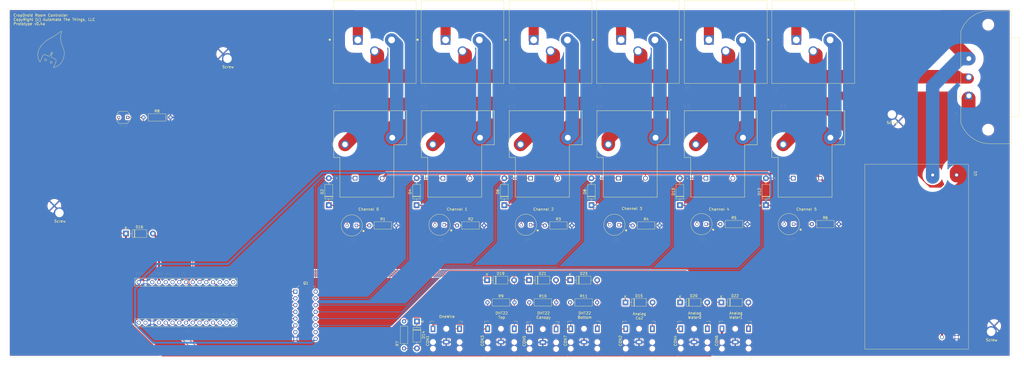
<source format=kicad_pcb>
(kicad_pcb (version 20171130) (host pcbnew 5.1.5-52549c5~84~ubuntu18.04.1)
  (title_block (title "CropDroid Room Controller") (date 2020-02-04) (rev v0.4a) (company "Automate The Things, LLC") (comment 3 "License: Proprietary") (comment 4 "Author: Jeremy Hahn"))
  (layers (0 F.Cu signal) (31 B.Cu signal) (34 B.Paste user) (35 F.Paste user) (36 B.SilkS user) (37 F.SilkS user) (38 B.Mask user) (39 F.Mask user) (44 Edge.Cuts user))
  (net 0 "")
  (net 1 GND)
  (net 2 "Net-(CON1-Pad2)")
  (net 3 "Net-(CON2-Pad2)")
  (net 4 "Net-(CON3-Pad2)")
  (net 5 "Net-(CON4-Pad2)")
  (net 6 "Net-(D11-Pad1)")
  (net 7 "Net-(J1-Pad2)")
  (net 8 "Net-(J1-Pad1)")
  (net 9 "Net-(J4-Pad2)")
  (net 10 "Net-(J6-Pad2)")
  (net 11 "Net-(Q1-Pad10)")
  (net 12 "Net-(Q1-Pad7)")
  (net 13 "Net-(Q1-Pad6)")
  (net 14 "Net-(Q1-Pad5)")
  (net 15 "Net-(Q1-Pad4)")
  (net 16 "Net-(Q1-Pad3)")
  (net 17 "Net-(Q1-Pad2)")
  (net 18 "Net-(Q1-Pad1)")
  (net 19 "Net-(U2-PadP$15)")
  (net 20 "Net-(U2-PadP$14)")
  (net 21 "Net-(U2-PadP$13)")
  (net 22 "Net-(U2-PadP$3)")
  (net 23 "Net-(CON1-Pad3)")
  (net 24 "Net-(D3-Pad1)")
  (net 25 "Net-(D5-Pad1)")
  (net 26 "Net-(D7-Pad1)")
  (net 27 "Net-(D10-Pad2)")
  (net 28 "Net-(J1-Pad3)")
  (net 29 "Net-(J2-Pad2)")
  (net 30 "Net-(U3-PadP$15)")
  (net 31 "Net-(U3-PadP$14)")
  (net 32 "Net-(U3-PadP$3)")
  (net 33 "Net-(CON5-Pad2)")
  (net 34 "Net-(CON6-Pad2)")
  (net 35 "Net-(CON7-Pad2)")
  (net 36 "Net-(J3-Pad2)")
  (net 37 "Net-(J5-Pad2)")
  (net 38 "Net-(D2-Pad2)")
  (net 39 "Net-(D4-Pad2)")
  (net 40 "Net-(D6-Pad2)")
  (net 41 "Net-(D8-Pad2)")
  (net 42 "Net-(D9-Pad1)")
  (net 43 "Net-(D12-Pad2)")
  (net 44 "Net-(D13-Pad1)")
  (net 45 "Net-(D16-Pad2)")
  (net 46 "Net-(D19-Pad1)")
  (net 47 "Net-(D20-Pad1)")
  (net 48 "Net-(D21-Pad1)")
  (net 49 "Net-(J7-Pad2)")
  (net 50 "Net-(U2-PadP$6)")
  (net 51 "Net-(U2-PadP$5)")
  (net 52 "Net-(U3-PadP$12)")
  (net 53 "Net-(U3-PadP$2)")
  (net 54 "Net-(U3-PadP$1)")
  (net 55 "Net-(D22-Pad1)")
  (net 56 "Net-(D14-Pad1)")
  (net 57 "Net-(D15-Pad1)")
  (net 58 "Net-(D23-Pad1)")
  (net 59 "Net-(D18-Pad1)")
  (net 60 "Net-(D10-Pad1)")
  (module drill-hole:Drill_Hole (layer F.Cu) (at 390.525 168.021)
    (fp_text reference Screw (at 0.2 3.1) (layer F.SilkS))
    (fp_text value Drill)
    (pad 1 thru_hole circle (at 0 0) (size 4.2 4.2) (drill 3.2) (layers *.Cu *.Mask))
  )
  (module drill-hole:Drill_Hole (layer F.Cu) (at 353.187 86.233)
    (fp_text reference Screw (at 0.2 3.1) (layer F.SilkS))
    (fp_text value Drill)
    (pad 1 thru_hole circle (at 0 0) (size 4.2 4.2) (drill 3.2) (layers *.Cu *.Mask))
  )
  (module drill-hole:Drill_Hole (layer F.Cu) (at 103.251 65.278)
    (fp_text reference Screw (at 0.2 3.1) (layer F.SilkS))
    (fp_text value Drill)
    (pad 1 thru_hole circle (at 0 0) (size 4.2 4.2) (drill 3.2) (layers *.Cu *.Mask))
  )
  (module drill-hole:Drill_Hole (layer F.Cu) (at 40.005 123.317)
    (fp_text reference Screw (at 0.2 3.1) (layer F.SilkS))
    (fp_text value Drill)
    (pad 1 thru_hole circle (at 0 0) (size 4.2 4.2) (drill 3.2) (layers *.Cu *.Mask))
  )
  (module Diode_THT:D_DO-41_SOD81_P10.16mm_Horizontal (layer F.Cu) (at 65.024 131.064)
    (fp_text reference D16 (at 5.08 -2.47) (layer F.SilkS))
    (fp_text value 1N4001)
    (fp_text user K (at 0 -2.1) (layer F.SilkS))
    (pad 2 thru_hole oval (at 10.16 0) (size 2.2 2.2) (drill 1.1) (layers *.Cu *.Mask) (net 45 "Net-(D16-Pad2)"))
    (pad 1 thru_hole rect (at 0 0) (size 2.2 2.2) (drill 1.1) (layers *.Cu *.Mask) (net 23 "Net-(CON1-Pad3)"))
  )
  (module Diode_THT:D_DO-41_SOD81_P10.16mm_Horizontal (layer F.Cu) (at 252.984 156.972)
    (fp_text reference D15 (at 5.08 -2.47) (layer F.SilkS))
    (fp_text value 1N4001)
    (fp_text user K (at 0 -2.1) (layer F.SilkS))
    (pad 2 thru_hole oval (at 10.16 0) (size 2.2 2.2) (drill 1.1) (layers *.Cu *.Mask) (net 3 "Net-(CON2-Pad2)"))
    (pad 1 thru_hole rect (at 0 0) (size 2.2 2.2) (drill 1.1) (layers *.Cu *.Mask) (net 57 "Net-(D15-Pad1)"))
  )
  (module libraries:cropdroid_logo (layer F.Cu) (at 36.83 61.722)
    (fp_text reference G*** hide)
    (fp_text value LOGO hide)
  )
  (module digikey-footprints:Headphone_Jack_3.5mm_SJ1-3523N (layer F.Cu) (at 185.547 166.878 90)
    (fp_text reference CON1 (at -4.5 -7 90) (layer F.SilkS))
    (fp_text value SJ1-3523N)
    (pad "" np_thru_hole circle (at -7.5 5 90) (size 1.2 1.2) (drill 1.2) (layers *.Cu *.Mask))
    (pad "" np_thru_hole circle (at -5 5 90) (size 1.2 1.2) (drill 1.2) (layers *.Cu *.Mask))
    (pad "" np_thru_hole circle (at -7.5 -5 90) (size 1.2 1.2) (drill 1.2) (layers *.Cu *.Mask))
    (pad "" np_thru_hole circle (at -5 -5 90) (size 1.2 1.2) (drill 1.2) (layers *.Cu *.Mask))
    (pad "" np_thru_hole circle (at 0 0 90) (size 1.2 1.2) (drill 1.2) (layers *.Cu *.Mask))
    (pad 1 thru_hole rect (at -5 0 90) (size 1.8 2.5) (drill oval 0.8 1.5) (layers *.Cu *.Mask) (net 1 GND))
    (pad 2 thru_hole rect (at 0 5 90) (size 2.5 1.8) (drill oval 1.5 0.8) (layers *.Cu *.Mask) (net 2 "Net-(CON1-Pad2)"))
    (pad 3 thru_hole rect (at 0 -5 90) (size 2.5 1.8) (drill oval 1.5 0.8) (layers *.Cu *.Mask) (net 23 "Net-(CON1-Pad3)"))
  )
  (module digikey-footprints:DIP-16_W7.62mm (layer F.Cu) (at 128.778 152.908)
    (fp_text reference Q1 (at 3.94 -3.2) (layer F.SilkS))
    (fp_text value ULN2003AN)
    (pad 9 thru_hole circle (at 7.62 17.78) (size 1.6 1.6) (drill 1) (layers *.Cu *.Mask) (net 60 "Net-(D10-Pad1)"))
    (pad 8 thru_hole circle (at 0 17.78) (size 1.6 1.6) (drill 1) (layers *.Cu *.Mask) (net 1 GND))
    (pad 16 thru_hole circle (at 7.62 0) (size 1.6 1.6) (drill 1) (layers *.Cu *.Mask) (net 38 "Net-(D2-Pad2)"))
    (pad 15 thru_hole circle (at 7.62 2.54) (size 1.6 1.6) (drill 1) (layers *.Cu *.Mask) (net 39 "Net-(D4-Pad2)"))
    (pad 14 thru_hole circle (at 7.62 5.08) (size 1.6 1.6) (drill 1) (layers *.Cu *.Mask) (net 40 "Net-(D6-Pad2)"))
    (pad 13 thru_hole circle (at 7.62 7.62) (size 1.6 1.6) (drill 1) (layers *.Cu *.Mask) (net 41 "Net-(D8-Pad2)"))
    (pad 12 thru_hole circle (at 7.62 10.16) (size 1.6 1.6) (drill 1) (layers *.Cu *.Mask) (net 27 "Net-(D10-Pad2)"))
    (pad 11 thru_hole circle (at 7.62 12.7) (size 1.6 1.6) (drill 1) (layers *.Cu *.Mask) (net 43 "Net-(D12-Pad2)"))
    (pad 10 thru_hole circle (at 7.62 15.24) (size 1.6 1.6) (drill 1) (layers *.Cu *.Mask) (net 11 "Net-(Q1-Pad10)"))
    (pad 7 thru_hole circle (at 0 15.24) (size 1.6 1.6) (drill 1) (layers *.Cu *.Mask) (net 12 "Net-(Q1-Pad7)"))
    (pad 6 thru_hole circle (at 0 12.7) (size 1.6 1.6) (drill 1) (layers *.Cu *.Mask) (net 13 "Net-(Q1-Pad6)"))
    (pad 5 thru_hole circle (at 0 10.16) (size 1.6 1.6) (drill 1) (layers *.Cu *.Mask) (net 14 "Net-(Q1-Pad5)"))
    (pad 4 thru_hole circle (at 0 7.62) (size 1.6 1.6) (drill 1) (layers *.Cu *.Mask) (net 15 "Net-(Q1-Pad4)"))
    (pad 3 thru_hole circle (at 0 5.08) (size 1.6 1.6) (drill 1) (layers *.Cu *.Mask) (net 16 "Net-(Q1-Pad3)"))
    (pad 2 thru_hole circle (at 0 2.54) (size 1.6 1.6) (drill 1) (layers *.Cu *.Mask) (net 17 "Net-(Q1-Pad2)"))
    (pad 1 thru_hole rect (at 0 0) (size 1.6 1.6) (drill 1) (layers *.Cu *.Mask) (net 18 "Net-(Q1-Pad1)"))
  )
  (module digikey-footprints:Headphone_Jack_3.5mm_SJ1-3523N (layer F.Cu) (at 237.363 166.878 90)
    (fp_text reference CON7 (at -4.5 -7 90) (layer F.SilkS))
    (fp_text value SJ1-3523N)
    (pad "" np_thru_hole circle (at -7.5 5 90) (size 1.2 1.2) (drill 1.2) (layers *.Cu *.Mask))
    (pad "" np_thru_hole circle (at -5 5 90) (size 1.2 1.2) (drill 1.2) (layers *.Cu *.Mask))
    (pad "" np_thru_hole circle (at -7.5 -5 90) (size 1.2 1.2) (drill 1.2) (layers *.Cu *.Mask))
    (pad "" np_thru_hole circle (at -5 -5 90) (size 1.2 1.2) (drill 1.2) (layers *.Cu *.Mask))
    (pad "" np_thru_hole circle (at 0 0 90) (size 1.2 1.2) (drill 1.2) (layers *.Cu *.Mask))
    (pad 1 thru_hole rect (at -5 0 90) (size 1.8 2.5) (drill oval 0.8 1.5) (layers *.Cu *.Mask) (net 1 GND))
    (pad 2 thru_hole rect (at 0 5 90) (size 2.5 1.8) (drill oval 1.5 0.8) (layers *.Cu *.Mask) (net 35 "Net-(CON7-Pad2)"))
    (pad 3 thru_hole rect (at 0 -5 90) (size 2.5 1.8) (drill oval 1.5 0.8) (layers *.Cu *.Mask) (net 23 "Net-(CON1-Pad3)"))
  )
  (module digikey-footprints:Headphone_Jack_3.5mm_SJ1-3523N (layer F.Cu) (at 221.869 167.005 90)
    (fp_text reference CON5 (at -4.5 -7 90) (layer F.SilkS))
    (fp_text value SJ1-3523N)
    (pad "" np_thru_hole circle (at -7.5 5 90) (size 1.2 1.2) (drill 1.2) (layers *.Cu *.Mask))
    (pad "" np_thru_hole circle (at -5 5 90) (size 1.2 1.2) (drill 1.2) (layers *.Cu *.Mask))
    (pad "" np_thru_hole circle (at -7.5 -5 90) (size 1.2 1.2) (drill 1.2) (layers *.Cu *.Mask))
    (pad "" np_thru_hole circle (at -5 -5 90) (size 1.2 1.2) (drill 1.2) (layers *.Cu *.Mask))
    (pad "" np_thru_hole circle (at 0 0 90) (size 1.2 1.2) (drill 1.2) (layers *.Cu *.Mask))
    (pad 1 thru_hole rect (at -5 0 90) (size 1.8 2.5) (drill oval 0.8 1.5) (layers *.Cu *.Mask) (net 1 GND))
    (pad 2 thru_hole rect (at 0 5 90) (size 2.5 1.8) (drill oval 1.5 0.8) (layers *.Cu *.Mask) (net 33 "Net-(CON5-Pad2)"))
    (pad 3 thru_hole rect (at 0 -5 90) (size 2.5 1.8) (drill oval 1.5 0.8) (layers *.Cu *.Mask) (net 23 "Net-(CON1-Pad3)"))
  )
  (module digikey-footprints:Headphone_Jack_3.5mm_SJ1-3523N (layer F.Cu) (at 206.121 166.878 90)
    (fp_text reference CON3 (at -4.5 -7 90) (layer F.SilkS))
    (fp_text value SJ1-3523N)
    (pad "" np_thru_hole circle (at -7.5 5 90) (size 1.2 1.2) (drill 1.2) (layers *.Cu *.Mask))
    (pad "" np_thru_hole circle (at -5 5 90) (size 1.2 1.2) (drill 1.2) (layers *.Cu *.Mask))
    (pad "" np_thru_hole circle (at -7.5 -5 90) (size 1.2 1.2) (drill 1.2) (layers *.Cu *.Mask))
    (pad "" np_thru_hole circle (at -5 -5 90) (size 1.2 1.2) (drill 1.2) (layers *.Cu *.Mask))
    (pad "" np_thru_hole circle (at 0 0 90) (size 1.2 1.2) (drill 1.2) (layers *.Cu *.Mask))
    (pad 1 thru_hole rect (at -5 0 90) (size 1.8 2.5) (drill oval 0.8 1.5) (layers *.Cu *.Mask) (net 1 GND))
    (pad 2 thru_hole rect (at 0 5 90) (size 2.5 1.8) (drill oval 1.5 0.8) (layers *.Cu *.Mask) (net 4 "Net-(CON3-Pad2)"))
    (pad 3 thru_hole rect (at 0 -5 90) (size 2.5 1.8) (drill oval 1.5 0.8) (layers *.Cu *.Mask) (net 23 "Net-(CON1-Pad3)"))
  )
  (module 3-213598-2:TE_3-213598-2 (layer F.Cu) (at 158.623 59.032)
    (fp_text reference J2 (at -14.859 17.422) (layer F.SilkS) (effects (font (size 1.320047 1.320047) (thickness 0.015))))
    (fp_text value 3-213598-2)
    (pad 3 thru_hole circle (at 0 3.38) (size 3.556 3.556) (drill 2.54) (layers *.Cu *.Mask) (net 7 "Net-(J1-Pad2)"))
    (pad 2 thru_hole circle (at 6.35 -0.81) (size 3.556 3.556) (drill 2.54) (layers *.Cu *.Mask) (net 29 "Net-(J2-Pad2)"))
    (pad 1 thru_hole rect (at -6.35 -0.81) (size 3.556 3.556) (drill 2.54) (layers *.Cu *.Mask) (net 28 "Net-(J1-Pad3)"))
  )
  (module Diode_THT:D_DO-41_SOD81_P10.16mm_Horizontal (layer F.Cu) (at 174.371 120.396 90)
    (fp_text reference D4 (at 5.08 -2.47 90) (layer F.SilkS))
    (fp_text value 1N4001)
    (pad 2 thru_hole oval (at 10.16 0 90) (size 2.2 2.2) (drill 1.1) (layers *.Cu *.Mask) (net 39 "Net-(D4-Pad2)"))
    (pad 1 thru_hole rect (at 0 0 90) (size 2.2 2.2) (drill 1.1) (layers *.Cu *.Mask) (net 60 "Net-(D10-Pad1)"))
  )
  (module T9AS1D12-15:RELAY_T9AS1D12-15 (layer F.Cu) (at 283.21 110.236)
    (fp_text reference K5 (at -7.112 -26.924) (layer F.SilkS) (effects (font (size 1.395488 1.395488) (thickness 0.015))))
    (fp_text value T9AS1D12-15)
    (pad 4 thru_hole circle (at 13.97 -15.24) (size 3.29 3.29) (drill 2.19) (layers *.Cu *.Mask) (net 10 "Net-(J6-Pad2)"))
    (pad 3 thru_hole circle (at -3.81 -12.7) (size 3.09 3.09) (drill 2.06) (layers *.Cu *.Mask) (net 8 "Net-(J1-Pad1)"))
    (pad 1 thru_hole rect (at 0 0) (size 1.76 1.76) (drill 1.17) (layers *.Cu *.Mask) (net 27 "Net-(D10-Pad2)"))
    (pad 2 thru_hole circle (at 10.16 0) (size 1.76 1.76) (drill 1.17) (layers *.Cu *.Mask) (net 60 "Net-(D10-Pad1)"))
  )
  (module 3-213598-2:TE_3-213598-2 (layer F.Cu) (at 191.643 59.032)
    (fp_text reference J3 (at -14.605 17.168) (layer F.SilkS) (effects (font (size 1.320047 1.320047) (thickness 0.015))))
    (fp_text value 3-213598-2)
    (pad 3 thru_hole circle (at 0 3.38) (size 3.556 3.556) (drill 2.54) (layers *.Cu *.Mask) (net 7 "Net-(J1-Pad2)"))
    (pad 2 thru_hole circle (at 6.35 -0.81) (size 3.556 3.556) (drill 2.54) (layers *.Cu *.Mask) (net 36 "Net-(J3-Pad2)"))
    (pad 1 thru_hole rect (at -6.35 -0.81) (size 3.556 3.556) (drill 2.54) (layers *.Cu *.Mask) (net 28 "Net-(J1-Pad3)"))
  )
  (module 703W-00_52:52 (layer F.Cu) (at 382.143 79.248 90)
    (fp_text reference J1 (at -6.81875 -4.83625 90) (layer F.SilkS) (effects (font (size 1.001969 1.001969) (thickness 0.015))))
    (fp_text value 703W-00_52)
    (pad None np_thru_hole circle (at -12.75 7.3 90) (size 3.5 3.5) (drill 3.5) (layers *.Cu *.Mask))
    (pad None np_thru_hole circle (at 26.75 7.3 90) (size 3.5 3.5) (drill 3.5) (layers *.Cu *.Mask))
    (pad 1 thru_hole rect (at 0 0 90) (size 2.7 2.7) (drill 1.8) (layers *.Cu *.Mask) (net 8 "Net-(J1-Pad1)"))
    (pad 2 thru_hole circle (at 7 0 90) (size 2.7 2.7) (drill 1.8) (layers *.Cu *.Mask) (net 7 "Net-(J1-Pad2)"))
    (pad 3 thru_hole circle (at 14 0 90) (size 2.7 2.7) (drill 1.8) (layers *.Cu *.Mask) (net 28 "Net-(J1-Pad3)"))
  )
  (module IRM-30-12:IRM-30-12 (layer F.Cu) (at 343.027 105.029 270)
    (fp_text reference U1 (at 3.41 -41.58 90) (layer F.SilkS))
    (fp_text value IRM-30-12)
    (pad 4 thru_hole circle (at 65 -29 270) (size 1.524 1.524) (drill 1.1) (layers *.Cu *.Mask) (net 60 "Net-(D10-Pad1)"))
    (pad 3 thru_hole circle (at 65 -34.5 270) (size 1.524 1.524) (drill 1.1) (layers *.Cu *.Mask) (net 1 GND))
    (pad 2 thru_hole circle (at 4 -25.5 270) (size 1.524 1.524) (drill 1.1) (layers *.Cu *.Mask) (net 28 "Net-(J1-Pad3)"))
    (pad 1 thru_hole circle (at 4 -34.5 270) (size 1.524 1.524) (drill 1.1) (layers *.Cu *.Mask) (net 8 "Net-(J1-Pad1)"))
  )
  (module 3-213598-2:TE_3-213598-2 (layer F.Cu) (at 290.703 59.032)
    (fp_text reference J6 (at -14.605 17.168) (layer F.SilkS) (effects (font (size 1.320047 1.320047) (thickness 0.015))))
    (fp_text value 3-213598-2)
    (pad 3 thru_hole circle (at 0 3.38) (size 3.556 3.556) (drill 2.54) (layers *.Cu *.Mask) (net 7 "Net-(J1-Pad2)"))
    (pad 2 thru_hole circle (at 6.35 -0.81) (size 3.556 3.556) (drill 2.54) (layers *.Cu *.Mask) (net 10 "Net-(J6-Pad2)"))
    (pad 1 thru_hole rect (at -6.35 -0.81) (size 3.556 3.556) (drill 2.54) (layers *.Cu *.Mask) (net 28 "Net-(J1-Pad3)"))
  )
  (module 3-213598-2:TE_3-213598-2 (layer F.Cu) (at 257.683 59.032)
    (fp_text reference J5 (at -14.605 17.168) (layer F.SilkS) (effects (font (size 1.320047 1.320047) (thickness 0.015))))
    (fp_text value 3-213598-2)
    (pad 3 thru_hole circle (at 0 3.38) (size 3.556 3.556) (drill 2.54) (layers *.Cu *.Mask) (net 7 "Net-(J1-Pad2)"))
    (pad 2 thru_hole circle (at 6.35 -0.81) (size 3.556 3.556) (drill 2.54) (layers *.Cu *.Mask) (net 37 "Net-(J5-Pad2)"))
    (pad 1 thru_hole rect (at -6.35 -0.81) (size 3.556 3.556) (drill 2.54) (layers *.Cu *.Mask) (net 28 "Net-(J1-Pad3)"))
  )
  (module 3-213598-2:TE_3-213598-2 (layer F.Cu) (at 224.79 59.032)
    (fp_text reference J4 (at -14.732 17.168) (layer F.SilkS) (effects (font (size 1.320047 1.320047) (thickness 0.015))))
    (fp_text value 3-213598-2)
    (pad 3 thru_hole circle (at 0 3.38) (size 3.556 3.556) (drill 2.54) (layers *.Cu *.Mask) (net 7 "Net-(J1-Pad2)"))
    (pad 2 thru_hole circle (at 6.35 -0.81) (size 3.556 3.556) (drill 2.54) (layers *.Cu *.Mask) (net 9 "Net-(J4-Pad2)"))
    (pad 1 thru_hole rect (at -6.35 -0.81) (size 3.556 3.556) (drill 2.54) (layers *.Cu *.Mask) (net 28 "Net-(J1-Pad3)"))
  )
  (module T9AS1D12-15:RELAY_T9AS1D12-15 (layer F.Cu) (at 250.317 110.236)
    (fp_text reference K4 (at -7.112 -26.924) (layer F.SilkS) (effects (font (size 1.395488 1.395488) (thickness 0.015))))
    (fp_text value T9AS1D12-15)
    (pad 4 thru_hole circle (at 13.97 -15.24) (size 3.29 3.29) (drill 2.19) (layers *.Cu *.Mask) (net 37 "Net-(J5-Pad2)"))
    (pad 3 thru_hole circle (at -3.81 -12.7) (size 3.09 3.09) (drill 2.06) (layers *.Cu *.Mask) (net 8 "Net-(J1-Pad1)"))
    (pad 1 thru_hole rect (at 0 0) (size 1.76 1.76) (drill 1.17) (layers *.Cu *.Mask) (net 41 "Net-(D8-Pad2)"))
    (pad 2 thru_hole circle (at 10.16 0) (size 1.76 1.76) (drill 1.17) (layers *.Cu *.Mask) (net 60 "Net-(D10-Pad1)"))
  )
  (module PPTC151LFBN-RC:PPTC151LFBN-RC (layer F.Cu) (at 105.41 164.592 180)
    (fp_text reference U3 (at 16.8653 -3.22461) (layer F.SilkS) (effects (font (size 1.002992 1.002992) (thickness 0.015))))
    (fp_text value PPTC151LFBN-RC)
    (fp_text user PPTC151LFBN-RC (at 5.588 3.048) (layer F.SilkS) (effects (font (size 1.001717 1.001717) (thickness 0.015))))
    (pad P$15 thru_hole circle (at 35.56 0 180) (size 1.53 1.53) (drill 1.02) (layers *.Cu *.Mask) (net 30 "Net-(U3-PadP$15)"))
    (pad P$14 thru_hole circle (at 33.02 0 180) (size 1.53 1.53) (drill 1.02) (layers *.Cu *.Mask) (net 31 "Net-(U3-PadP$14)"))
    (pad P$13 thru_hole circle (at 30.48 0 180) (size 1.53 1.53) (drill 1.02) (layers *.Cu *.Mask) (net 1 GND))
    (pad P$12 thru_hole circle (at 27.94 0 180) (size 1.53 1.53) (drill 1.02) (layers *.Cu *.Mask) (net 52 "Net-(U3-PadP$12)"))
    (pad P$11 thru_hole circle (at 25.4 0 180) (size 1.53 1.53) (drill 1.02) (layers *.Cu *.Mask) (net 56 "Net-(D14-Pad1)"))
    (pad P$10 thru_hole circle (at 22.86 0 180) (size 1.53 1.53) (drill 1.02) (layers *.Cu *.Mask) (net 46 "Net-(D19-Pad1)"))
    (pad P$9 thru_hole circle (at 20.32 0 180) (size 1.53 1.53) (drill 1.02) (layers *.Cu *.Mask) (net 18 "Net-(Q1-Pad1)"))
    (pad P$8 thru_hole circle (at 17.78 0 180) (size 1.53 1.53) (drill 1.02) (layers *.Cu *.Mask) (net 17 "Net-(Q1-Pad2)"))
    (pad P$7 thru_hole circle (at 15.24 0 180) (size 1.53 1.53) (drill 1.02) (layers *.Cu *.Mask) (net 16 "Net-(Q1-Pad3)"))
    (pad P$6 thru_hole circle (at 12.7 0 180) (size 1.53 1.53) (drill 1.02) (layers *.Cu *.Mask) (net 15 "Net-(Q1-Pad4)"))
    (pad P$5 thru_hole circle (at 10.16 0 180) (size 1.53 1.53) (drill 1.02) (layers *.Cu *.Mask) (net 14 "Net-(Q1-Pad5)"))
    (pad P$4 thru_hole circle (at 7.62 0 180) (size 1.53 1.53) (drill 1.02) (layers *.Cu *.Mask) (net 13 "Net-(Q1-Pad6)"))
    (pad P$3 thru_hole circle (at 5.08 0 180) (size 1.53 1.53) (drill 1.02) (layers *.Cu *.Mask) (net 32 "Net-(U3-PadP$3)"))
    (pad P$2 thru_hole circle (at 2.54 0 180) (size 1.53 1.53) (drill 1.02) (layers *.Cu *.Mask) (net 53 "Net-(U3-PadP$2)"))
    (pad P$1 thru_hole circle (at 0 0 180) (size 1.53 1.53) (drill 1.02) (layers *.Cu *.Mask) (net 54 "Net-(U3-PadP$1)"))
  )
  (module PPTC151LFBN-RC:PPTC151LFBN-RC (layer F.Cu) (at 69.85 149.352)
    (fp_text reference U2 (at 16.8653 -3.22461) (layer F.SilkS) (effects (font (size 1.002992 1.002992) (thickness 0.015))))
    (fp_text value PPTC151LFBN-RC)
    (fp_text user PPTC151LFBN-RC (at 5.588 -3.048) (layer F.SilkS) (effects (font (size 1.001717 1.001717) (thickness 0.015))))
    (pad P$15 thru_hole circle (at 35.56 0) (size 1.53 1.53) (drill 1.02) (layers *.Cu *.Mask) (net 19 "Net-(U2-PadP$15)"))
    (pad P$14 thru_hole circle (at 33.02 0) (size 1.53 1.53) (drill 1.02) (layers *.Cu *.Mask) (net 20 "Net-(U2-PadP$14)"))
    (pad P$13 thru_hole circle (at 30.48 0) (size 1.53 1.53) (drill 1.02) (layers *.Cu *.Mask) (net 21 "Net-(U2-PadP$13)"))
    (pad P$12 thru_hole circle (at 27.94 0) (size 1.53 1.53) (drill 1.02) (layers *.Cu *.Mask) (net 57 "Net-(D15-Pad1)"))
    (pad P$11 thru_hole circle (at 25.4 0) (size 1.53 1.53) (drill 1.02) (layers *.Cu *.Mask) (net 47 "Net-(D20-Pad1)"))
    (pad P$10 thru_hole circle (at 22.86 0) (size 1.53 1.53) (drill 1.02) (layers *.Cu *.Mask) (net 55 "Net-(D22-Pad1)"))
    (pad P$9 thru_hole circle (at 20.32 0) (size 1.53 1.53) (drill 1.02) (layers *.Cu *.Mask) (net 59 "Net-(D18-Pad1)"))
    (pad P$8 thru_hole circle (at 17.78 0) (size 1.53 1.53) (drill 1.02) (layers *.Cu *.Mask) (net 48 "Net-(D21-Pad1)"))
    (pad P$7 thru_hole circle (at 15.24 0) (size 1.53 1.53) (drill 1.02) (layers *.Cu *.Mask) (net 58 "Net-(D23-Pad1)"))
    (pad P$6 thru_hole circle (at 12.7 0) (size 1.53 1.53) (drill 1.02) (layers *.Cu *.Mask) (net 50 "Net-(U2-PadP$6)"))
    (pad P$5 thru_hole circle (at 10.16 0) (size 1.53 1.53) (drill 1.02) (layers *.Cu *.Mask) (net 51 "Net-(U2-PadP$5)"))
    (pad P$4 thru_hole circle (at 7.62 0) (size 1.53 1.53) (drill 1.02) (layers *.Cu *.Mask) (net 45 "Net-(D16-Pad2)"))
    (pad P$3 thru_hole circle (at 5.08 0) (size 1.53 1.53) (drill 1.02) (layers *.Cu *.Mask) (net 22 "Net-(U2-PadP$3)"))
    (pad P$2 thru_hole circle (at 2.54 0) (size 1.53 1.53) (drill 1.02) (layers *.Cu *.Mask) (net 1 GND))
    (pad P$1 thru_hole circle (at 0 0) (size 1.53 1.53) (drill 1.02) (layers *.Cu *.Mask) (net 60 "Net-(D10-Pad1)"))
  )
  (module Resistor_THT:R_Axial_DIN0207_L6.3mm_D2.5mm_P10.16mm_Horizontal (layer F.Cu) (at 232.156 156.972)
    (fp_text reference R11 (at 5.08 -2.37) (layer F.SilkS))
    (fp_text value 4.7k)
    (pad 2 thru_hole oval (at 10.16 0) (size 1.6 1.6) (drill 0.8) (layers *.Cu *.Mask) (net 35 "Net-(CON7-Pad2)"))
    (pad 1 thru_hole circle (at 0 0) (size 1.6 1.6) (drill 0.8) (layers *.Cu *.Mask) (net 23 "Net-(CON1-Pad3)"))
  )
  (module Resistor_THT:R_Axial_DIN0207_L6.3mm_D2.5mm_P10.16mm_Horizontal (layer F.Cu) (at 216.789 156.972)
    (fp_text reference R10 (at 5.08 -2.37) (layer F.SilkS))
    (fp_text value 4.7k)
    (pad 2 thru_hole oval (at 10.16 0) (size 1.6 1.6) (drill 0.8) (layers *.Cu *.Mask) (net 33 "Net-(CON5-Pad2)"))
    (pad 1 thru_hole circle (at 0 0) (size 1.6 1.6) (drill 0.8) (layers *.Cu *.Mask) (net 23 "Net-(CON1-Pad3)"))
  )
  (module Resistor_THT:R_Axial_DIN0207_L6.3mm_D2.5mm_P10.16mm_Horizontal (layer F.Cu) (at 201.041 156.972)
    (fp_text reference R9 (at 5.08 -2.37) (layer F.SilkS))
    (fp_text value 4.7k)
    (pad 2 thru_hole oval (at 10.16 0) (size 1.6 1.6) (drill 0.8) (layers *.Cu *.Mask) (net 4 "Net-(CON3-Pad2)"))
    (pad 1 thru_hole circle (at 0 0) (size 1.6 1.6) (drill 0.8) (layers *.Cu *.Mask) (net 23 "Net-(CON1-Pad3)"))
  )
  (module Resistor_THT:R_Axial_DIN0207_L6.3mm_D2.5mm_P10.16mm_Horizontal (layer F.Cu) (at 169.672 164.084 270)
    (fp_text reference R7 (at 8.382 2.54 90) (layer F.SilkS))
    (fp_text value 4.7k)
    (pad 2 thru_hole oval (at 10.16 0 270) (size 1.6 1.6) (drill 0.8) (layers *.Cu *.Mask) (net 2 "Net-(CON1-Pad2)"))
    (pad 1 thru_hole circle (at 0 0 270) (size 1.6 1.6) (drill 0.8) (layers *.Cu *.Mask) (net 23 "Net-(CON1-Pad3)"))
  )
  (module Resistor_THT:R_Axial_DIN0207_L6.3mm_D2.5mm_P10.16mm_Horizontal (layer F.Cu) (at 288.671 127.508)
    (fp_text reference R5 (at 5.08 -2.37) (layer F.SilkS))
    (fp_text value "1 Ohm")
    (pad 2 thru_hole oval (at 10.16 0) (size 1.6 1.6) (drill 0.8) (layers *.Cu *.Mask) (net 1 GND))
    (pad 1 thru_hole circle (at 0 0) (size 1.6 1.6) (drill 0.8) (layers *.Cu *.Mask) (net 6 "Net-(D11-Pad1)"))
  )
  (module Resistor_THT:R_Axial_DIN0207_L6.3mm_D2.5mm_P10.16mm_Horizontal (layer F.Cu) (at 255.651 128.016)
    (fp_text reference R4 (at 5.08 -2.37) (layer F.SilkS))
    (fp_text value "1 Ohm")
    (pad 2 thru_hole oval (at 10.16 0) (size 1.6 1.6) (drill 0.8) (layers *.Cu *.Mask) (net 1 GND))
    (pad 1 thru_hole circle (at 0 0) (size 1.6 1.6) (drill 0.8) (layers *.Cu *.Mask) (net 42 "Net-(D9-Pad1)"))
  )
  (module Resistor_THT:R_Axial_DIN0207_L6.3mm_D2.5mm_P10.16mm_Horizontal (layer F.Cu) (at 222.631 128.016)
    (fp_text reference R3 (at 5.08 -2.37) (layer F.SilkS))
    (fp_text value "1 Ohm")
    (pad 2 thru_hole oval (at 10.16 0) (size 1.6 1.6) (drill 0.8) (layers *.Cu *.Mask) (net 1 GND))
    (pad 1 thru_hole circle (at 0 0) (size 1.6 1.6) (drill 0.8) (layers *.Cu *.Mask) (net 26 "Net-(D7-Pad1)"))
  )
  (module Resistor_THT:R_Axial_DIN0207_L6.3mm_D2.5mm_P10.16mm_Horizontal (layer F.Cu) (at 189.611 128.016)
    (fp_text reference R2 (at 5.08 -2.37) (layer F.SilkS))
    (fp_text value "1 Ohm")
    (pad 2 thru_hole oval (at 10.16 0) (size 1.6 1.6) (drill 0.8) (layers *.Cu *.Mask) (net 1 GND))
    (pad 1 thru_hole circle (at 0 0) (size 1.6 1.6) (drill 0.8) (layers *.Cu *.Mask) (net 25 "Net-(D5-Pad1)"))
  )
  (module Resistor_THT:R_Axial_DIN0207_L6.3mm_D2.5mm_P10.16mm_Horizontal (layer F.Cu) (at 156.591 128.016)
    (fp_text reference R1 (at 5.08 -2.37) (layer F.SilkS))
    (fp_text value "1 Ohm")
    (pad 2 thru_hole oval (at 10.16 0) (size 1.6 1.6) (drill 0.8) (layers *.Cu *.Mask) (net 1 GND))
    (pad 1 thru_hole circle (at 0 0) (size 1.6 1.6) (drill 0.8) (layers *.Cu *.Mask) (net 24 "Net-(D3-Pad1)"))
  )
  (module T9AS1D12-15:RELAY_T9AS1D12-15 (layer F.Cu) (at 217.297 110.236)
    (fp_text reference K3 (at -7.112 -26.924) (layer F.SilkS) (effects (font (size 1.395488 1.395488) (thickness 0.015))))
    (fp_text value T9AS1D12-15)
    (pad 4 thru_hole circle (at 13.97 -15.24) (size 3.29 3.29) (drill 2.19) (layers *.Cu *.Mask) (net 9 "Net-(J4-Pad2)"))
    (pad 3 thru_hole circle (at -3.81 -12.7) (size 3.09 3.09) (drill 2.06) (layers *.Cu *.Mask) (net 8 "Net-(J1-Pad1)"))
    (pad 1 thru_hole rect (at 0 0) (size 1.76 1.76) (drill 1.17) (layers *.Cu *.Mask) (net 40 "Net-(D6-Pad2)"))
    (pad 2 thru_hole circle (at 10.16 0) (size 1.76 1.76) (drill 1.17) (layers *.Cu *.Mask) (net 60 "Net-(D10-Pad1)"))
  )
  (module T9AS1D12-15:RELAY_T9AS1D12-15 (layer F.Cu) (at 184.277 110.236)
    (fp_text reference K2 (at -7.112 -26.924) (layer F.SilkS) (effects (font (size 1.395488 1.395488) (thickness 0.015))))
    (fp_text value T9AS1D12-15)
    (pad 4 thru_hole circle (at 13.97 -15.24) (size 3.29 3.29) (drill 2.19) (layers *.Cu *.Mask) (net 36 "Net-(J3-Pad2)"))
    (pad 3 thru_hole circle (at -3.81 -12.7) (size 3.09 3.09) (drill 2.06) (layers *.Cu *.Mask) (net 8 "Net-(J1-Pad1)"))
    (pad 1 thru_hole rect (at 0 0) (size 1.76 1.76) (drill 1.17) (layers *.Cu *.Mask) (net 39 "Net-(D4-Pad2)"))
    (pad 2 thru_hole circle (at 10.16 0) (size 1.76 1.76) (drill 1.17) (layers *.Cu *.Mask) (net 60 "Net-(D10-Pad1)"))
  )
  (module T9AS1D12-15:RELAY_T9AS1D12-15 (layer F.Cu) (at 151.257 110.236)
    (fp_text reference K1 (at -6.858 -26.924) (layer F.SilkS) (effects (font (size 1.395488 1.395488) (thickness 0.015))))
    (fp_text value T9AS1D12-15)
    (pad 4 thru_hole circle (at 13.97 -15.24) (size 3.29 3.29) (drill 2.19) (layers *.Cu *.Mask) (net 29 "Net-(J2-Pad2)"))
    (pad 3 thru_hole circle (at -3.81 -12.7) (size 3.09 3.09) (drill 2.06) (layers *.Cu *.Mask) (net 8 "Net-(J1-Pad1)"))
    (pad 1 thru_hole rect (at 0 0) (size 1.76 1.76) (drill 1.17) (layers *.Cu *.Mask) (net 38 "Net-(D2-Pad2)"))
    (pad 2 thru_hole circle (at 10.16 0) (size 1.76 1.76) (drill 1.17) (layers *.Cu *.Mask) (net 60 "Net-(D10-Pad1)"))
  )
  (module libraries:PHODET_PDV-P8103 (layer F.Cu) (at 64.008 87.376 180)
    (fp_text reference D18 (at -0.035 -3.12761) (layer F.SilkS) (effects (font (size 1.000819 1.000819) (thickness 0.015))))
    (fp_text value D_Photo)
    (pad 2 thru_hole circle (at 1.7 0 180) (size 1.158 1.158) (drill 0.65) (layers *.Cu *.Mask) (net 23 "Net-(CON1-Pad3)"))
    (pad 1 thru_hole rect (at -1.7 0 180) (size 1.158 1.158) (drill 0.65) (layers *.Cu *.Mask) (net 59 "Net-(D18-Pad1)"))
  )
  (module libraries:CAPPRD350W60D800H2000 (layer F.Cu) (at 281.559 127.508 180)
    (fp_text reference D11 (at -0.635 -5.715) (layer F.SilkS) (effects (font (thickness 0.015))))
    (fp_text value LED)
    (pad 2 thru_hole circle (at 1.75 0 180) (size 1.23 1.23) (drill 0.82) (layers *.Cu *.Mask) (net 60 "Net-(D10-Pad1)"))
    (pad 1 thru_hole rect (at -1.75 0 180) (size 1.23 1.23) (drill 0.82) (layers *.Cu *.Mask) (net 6 "Net-(D11-Pad1)"))
  )
  (module Diode_THT:D_DO-41_SOD81_P10.16mm_Horizontal (layer F.Cu) (at 273.431 120.396 90)
    (fp_text reference D10 (at 5.08 -2.47 90) (layer F.SilkS))
    (fp_text value 1N4001)
    (pad 2 thru_hole oval (at 10.16 0 90) (size 2.2 2.2) (drill 1.1) (layers *.Cu *.Mask) (net 27 "Net-(D10-Pad2)"))
    (pad 1 thru_hole rect (at 0 0 90) (size 2.2 2.2) (drill 1.1) (layers *.Cu *.Mask) (net 60 "Net-(D10-Pad1)"))
  )
  (module libraries:CAPPRD350W60D800H2000 (layer F.Cu) (at 248.793 127.762 180)
    (fp_text reference D9 (at -0.635 -5.715) (layer F.SilkS) (effects (font (thickness 0.015))))
    (fp_text value LED)
    (pad 2 thru_hole circle (at 1.75 0 180) (size 1.23 1.23) (drill 0.82) (layers *.Cu *.Mask) (net 60 "Net-(D10-Pad1)"))
    (pad 1 thru_hole rect (at -1.75 0 180) (size 1.23 1.23) (drill 0.82) (layers *.Cu *.Mask) (net 42 "Net-(D9-Pad1)"))
  )
  (module Diode_THT:D_DO-41_SOD81_P10.16mm_Horizontal (layer F.Cu) (at 240.157 120.396 90)
    (fp_text reference D8 (at 5.08 -2.47 90) (layer F.SilkS))
    (fp_text value 1N4001)
    (pad 2 thru_hole oval (at 10.16 0 90) (size 2.2 2.2) (drill 1.1) (layers *.Cu *.Mask) (net 41 "Net-(D8-Pad2)"))
    (pad 1 thru_hole rect (at 0 0 90) (size 2.2 2.2) (drill 1.1) (layers *.Cu *.Mask) (net 60 "Net-(D10-Pad1)"))
  )
  (module libraries:CAPPRD350W60D800H2000 (layer F.Cu) (at 215.519 127.762 180)
    (fp_text reference D7 (at -0.635 -5.715) (layer F.SilkS) (effects (font (thickness 0.015))))
    (fp_text value LED)
    (pad 2 thru_hole circle (at 1.75 0 180) (size 1.23 1.23) (drill 0.82) (layers *.Cu *.Mask) (net 60 "Net-(D10-Pad1)"))
    (pad 1 thru_hole rect (at -1.75 0 180) (size 1.23 1.23) (drill 0.82) (layers *.Cu *.Mask) (net 26 "Net-(D7-Pad1)"))
  )
  (module Diode_THT:D_DO-41_SOD81_P10.16mm_Horizontal (layer F.Cu) (at 207.391 120.396 90)
    (fp_text reference D6 (at 5.08 -2.47 90) (layer F.SilkS))
    (fp_text value 1N4001)
    (pad 2 thru_hole oval (at 10.16 0 90) (size 2.2 2.2) (drill 1.1) (layers *.Cu *.Mask) (net 40 "Net-(D6-Pad2)"))
    (pad 1 thru_hole rect (at 0 0 90) (size 2.2 2.2) (drill 1.1) (layers *.Cu *.Mask) (net 60 "Net-(D10-Pad1)"))
  )
  (module libraries:CAPPRD350W60D800H2000 (layer F.Cu) (at 183.007 127.762 180)
    (fp_text reference D5 (at -0.635 -5.715) (layer F.SilkS) (effects (font (thickness 0.015))))
    (fp_text value LED)
    (pad 2 thru_hole circle (at 1.75 0 180) (size 1.23 1.23) (drill 0.82) (layers *.Cu *.Mask) (net 60 "Net-(D10-Pad1)"))
    (pad 1 thru_hole rect (at -1.75 0 180) (size 1.23 1.23) (drill 0.82) (layers *.Cu *.Mask) (net 25 "Net-(D5-Pad1)"))
  )
  (module libraries:CAPPRD350W60D800H2000 (layer F.Cu) (at 149.987 128.016 180)
    (fp_text reference D3 (at -0.635 -5.715) (layer F.SilkS) (effects (font (thickness 0.015))))
    (fp_text value LED)
    (pad 2 thru_hole circle (at 1.75 0 180) (size 1.23 1.23) (drill 0.82) (layers *.Cu *.Mask) (net 60 "Net-(D10-Pad1)"))
    (pad 1 thru_hole rect (at -1.75 0 180) (size 1.23 1.23) (drill 0.82) (layers *.Cu *.Mask) (net 24 "Net-(D3-Pad1)"))
  )
  (module Diode_THT:D_DO-41_SOD81_P10.16mm_Horizontal (layer F.Cu) (at 141.351 120.396 90)
    (fp_text reference D2 (at 5.08 -2.47 90) (layer F.SilkS))
    (fp_text value 1N4001)
    (pad 2 thru_hole oval (at 10.16 0 90) (size 2.2 2.2) (drill 1.1) (layers *.Cu *.Mask) (net 38 "Net-(D2-Pad2)"))
    (pad 1 thru_hole rect (at 0 0 90) (size 2.2 2.2) (drill 1.1) (layers *.Cu *.Mask) (net 60 "Net-(D10-Pad1)"))
  )
  (module digikey-footprints:Headphone_Jack_3.5mm_SJ1-3523N (layer F.Cu) (at 294.259 166.878 90)
    (fp_text reference CON6 (at -4.5 -7 90) (layer F.SilkS))
    (fp_text value SJ1-3523N)
    (pad "" np_thru_hole circle (at -7.5 5 90) (size 1.2 1.2) (drill 1.2) (layers *.Cu *.Mask))
    (pad "" np_thru_hole circle (at -5 5 90) (size 1.2 1.2) (drill 1.2) (layers *.Cu *.Mask))
    (pad "" np_thru_hole circle (at -7.5 -5 90) (size 1.2 1.2) (drill 1.2) (layers *.Cu *.Mask))
    (pad "" np_thru_hole circle (at -5 -5 90) (size 1.2 1.2) (drill 1.2) (layers *.Cu *.Mask))
    (pad "" np_thru_hole circle (at 0 0 90) (size 1.2 1.2) (drill 1.2) (layers *.Cu *.Mask))
    (pad 1 thru_hole rect (at -5 0 90) (size 1.8 2.5) (drill oval 0.8 1.5) (layers *.Cu *.Mask) (net 1 GND))
    (pad 2 thru_hole rect (at 0 5 90) (size 2.5 1.8) (drill oval 1.5 0.8) (layers *.Cu *.Mask) (net 34 "Net-(CON6-Pad2)"))
    (pad 3 thru_hole rect (at 0 -5 90) (size 2.5 1.8) (drill oval 1.5 0.8) (layers *.Cu *.Mask) (net 23 "Net-(CON1-Pad3)"))
  )
  (module digikey-footprints:Headphone_Jack_3.5mm_SJ1-3523N (layer F.Cu) (at 278.765 166.878 90)
    (fp_text reference CON4 (at -4.5 -7 90) (layer F.SilkS))
    (fp_text value SJ1-3523N)
    (pad "" np_thru_hole circle (at -7.5 5 90) (size 1.2 1.2) (drill 1.2) (layers *.Cu *.Mask))
    (pad "" np_thru_hole circle (at -5 5 90) (size 1.2 1.2) (drill 1.2) (layers *.Cu *.Mask))
    (pad "" np_thru_hole circle (at -7.5 -5 90) (size 1.2 1.2) (drill 1.2) (layers *.Cu *.Mask))
    (pad "" np_thru_hole circle (at -5 -5 90) (size 1.2 1.2) (drill 1.2) (layers *.Cu *.Mask))
    (pad "" np_thru_hole circle (at 0 0 90) (size 1.2 1.2) (drill 1.2) (layers *.Cu *.Mask))
    (pad 1 thru_hole rect (at -5 0 90) (size 1.8 2.5) (drill oval 0.8 1.5) (layers *.Cu *.Mask) (net 1 GND))
    (pad 2 thru_hole rect (at 0 5 90) (size 2.5 1.8) (drill oval 1.5 0.8) (layers *.Cu *.Mask) (net 5 "Net-(CON4-Pad2)"))
    (pad 3 thru_hole rect (at 0 -5 90) (size 2.5 1.8) (drill oval 1.5 0.8) (layers *.Cu *.Mask) (net 23 "Net-(CON1-Pad3)"))
  )
  (module digikey-footprints:Headphone_Jack_3.5mm_SJ1-3523N (layer F.Cu) (at 258.064 166.878 90)
    (fp_text reference CON2 (at -4.5 -7 90) (layer F.SilkS))
    (fp_text value SJ1-3523N)
    (pad "" np_thru_hole circle (at -7.5 5 90) (size 1.2 1.2) (drill 1.2) (layers *.Cu *.Mask))
    (pad "" np_thru_hole circle (at -5 5 90) (size 1.2 1.2) (drill 1.2) (layers *.Cu *.Mask))
    (pad "" np_thru_hole circle (at -7.5 -5 90) (size 1.2 1.2) (drill 1.2) (layers *.Cu *.Mask))
    (pad "" np_thru_hole circle (at -5 -5 90) (size 1.2 1.2) (drill 1.2) (layers *.Cu *.Mask))
    (pad "" np_thru_hole circle (at 0 0 90) (size 1.2 1.2) (drill 1.2) (layers *.Cu *.Mask))
    (pad 1 thru_hole rect (at -5 0 90) (size 1.8 2.5) (drill oval 0.8 1.5) (layers *.Cu *.Mask) (net 1 GND))
    (pad 2 thru_hole rect (at 0 5 90) (size 2.5 1.8) (drill oval 1.5 0.8) (layers *.Cu *.Mask) (net 3 "Net-(CON2-Pad2)"))
    (pad 3 thru_hole rect (at 0 -5 90) (size 2.5 1.8) (drill oval 1.5 0.8) (layers *.Cu *.Mask) (net 23 "Net-(CON1-Pad3)"))
  )
  (module Diode_THT:D_DO-41_SOD81_P10.16mm_Horizontal (layer F.Cu) (at 305.816 120.396 90)
    (fp_text reference D12 (at 5.08 -2.47 90) (layer F.SilkS))
    (fp_text value 1N4001)
    (fp_text user K (at 0 -2.1 90) (layer F.SilkS))
    (pad 1 thru_hole rect (at 0 0 90) (size 2.2 2.2) (drill 1.1) (layers *.Cu *.Mask) (net 60 "Net-(D10-Pad1)"))
    (pad 2 thru_hole oval (at 10.16 0 90) (size 2.2 2.2) (drill 1.1) (layers *.Cu *.Mask) (net 43 "Net-(D12-Pad2)"))
  )
  (module libraries:CAPPRD350W60D800H2000 (layer F.Cu) (at 314.452 127.508 180)
    (fp_text reference D13 (at -0.635 -5.715) (layer F.SilkS) (effects (font (thickness 0.015))))
    (fp_text value LED)
    (pad 1 thru_hole rect (at -1.75 0 180) (size 1.23 1.23) (drill 0.82) (layers *.Cu *.Mask) (net 44 "Net-(D13-Pad1)"))
    (pad 2 thru_hole circle (at 1.75 0 180) (size 1.23 1.23) (drill 0.82) (layers *.Cu *.Mask) (net 60 "Net-(D10-Pad1)"))
  )
  (module Diode_THT:D_DO-41_SOD81_P10.16mm_Horizontal (layer F.Cu) (at 174.498 164.084 270)
    (fp_text reference D14 (at 5.08 -2.47 90) (layer F.SilkS))
    (fp_text value 1N4001)
    (fp_text user K (at 0 -2.1 90) (layer F.SilkS))
    (pad 2 thru_hole oval (at 10.16 0 270) (size 2.2 2.2) (drill 1.1) (layers *.Cu *.Mask) (net 2 "Net-(CON1-Pad2)"))
    (pad 1 thru_hole rect (at 0 0 270) (size 2.2 2.2) (drill 1.1) (layers *.Cu *.Mask) (net 56 "Net-(D14-Pad1)"))
  )
  (module Diode_THT:D_DO-41_SOD81_P10.16mm_Horizontal (layer F.Cu) (at 273.558 156.972)
    (fp_text reference D20 (at 5.08 -2.47) (layer F.SilkS))
    (fp_text value 1N4001)
    (fp_text user K (at 0 -2.1) (layer F.SilkS))
    (pad 2 thru_hole oval (at 10.16 0) (size 2.2 2.2) (drill 1.1) (layers *.Cu *.Mask) (net 5 "Net-(CON4-Pad2)"))
    (pad 1 thru_hole rect (at 0 0) (size 2.2 2.2) (drill 1.1) (layers *.Cu *.Mask) (net 47 "Net-(D20-Pad1)"))
  )
  (module Diode_THT:D_DO-41_SOD81_P10.16mm_Horizontal (layer F.Cu) (at 216.662 148.59)
    (fp_text reference D21 (at 5.08 -2.47) (layer F.SilkS))
    (fp_text value 1N4001)
    (fp_text user K (at 0 -2.1) (layer F.SilkS))
    (pad 2 thru_hole oval (at 10.16 0) (size 2.2 2.2) (drill 1.1) (layers *.Cu *.Mask) (net 33 "Net-(CON5-Pad2)"))
    (pad 1 thru_hole rect (at 0 0) (size 2.2 2.2) (drill 1.1) (layers *.Cu *.Mask) (net 48 "Net-(D21-Pad1)"))
  )
  (module Diode_THT:D_DO-41_SOD81_P10.16mm_Horizontal (layer F.Cu) (at 289.052 156.972)
    (fp_text reference D22 (at 5.08 -2.47) (layer F.SilkS))
    (fp_text value 1N4001)
    (fp_text user K (at 0 -2.1) (layer F.SilkS))
    (pad 1 thru_hole rect (at 0 0) (size 2.2 2.2) (drill 1.1) (layers *.Cu *.Mask) (net 55 "Net-(D22-Pad1)"))
    (pad 2 thru_hole oval (at 10.16 0) (size 2.2 2.2) (drill 1.1) (layers *.Cu *.Mask) (net 34 "Net-(CON6-Pad2)"))
  )
  (module Diode_THT:D_DO-41_SOD81_P10.16mm_Horizontal (layer F.Cu) (at 232.156 148.59)
    (fp_text reference D23 (at 5.08 -2.47) (layer F.SilkS))
    (fp_text value 1N4001)
    (fp_text user K (at 0 -2.1) (layer F.SilkS))
    (pad 1 thru_hole rect (at 0 0) (size 2.2 2.2) (drill 1.1) (layers *.Cu *.Mask) (net 58 "Net-(D23-Pad1)"))
    (pad 2 thru_hole oval (at 10.16 0) (size 2.2 2.2) (drill 1.1) (layers *.Cu *.Mask) (net 35 "Net-(CON7-Pad2)"))
  )
  (module 3-213598-2:TE_3-213598-2 (layer F.Cu) (at 323.596 59.032)
    (fp_text reference J7 (at -14.478 17.93) (layer F.SilkS) (effects (font (size 1.320047 1.320047) (thickness 0.015))))
    (fp_text value 3-213598-2)
    (pad 1 thru_hole rect (at -6.35 -0.81) (size 3.556 3.556) (drill 2.54) (layers *.Cu *.Mask) (net 28 "Net-(J1-Pad3)"))
    (pad 2 thru_hole circle (at 6.35 -0.81) (size 3.556 3.556) (drill 2.54) (layers *.Cu *.Mask) (net 49 "Net-(J7-Pad2)"))
    (pad 3 thru_hole circle (at 0 3.38) (size 3.556 3.556) (drill 2.54) (layers *.Cu *.Mask) (net 7 "Net-(J1-Pad2)"))
  )
  (module T9AS1D12-15:RELAY_T9AS1D12-15 (layer F.Cu) (at 316.103 110.236)
    (fp_text reference K6 (at -3.665025 -27.220035) (layer F.SilkS) (effects (font (size 1.395488 1.395488) (thickness 0.015))))
    (fp_text value T9AS1D12-15)
    (pad 2 thru_hole circle (at 10.16 0) (size 1.76 1.76) (drill 1.17) (layers *.Cu *.Mask) (net 60 "Net-(D10-Pad1)"))
    (pad 1 thru_hole rect (at 0 0) (size 1.76 1.76) (drill 1.17) (layers *.Cu *.Mask) (net 43 "Net-(D12-Pad2)"))
    (pad 3 thru_hole circle (at -3.81 -12.7) (size 3.09 3.09) (drill 2.06) (layers *.Cu *.Mask) (net 8 "Net-(J1-Pad1)"))
    (pad 4 thru_hole circle (at 13.97 -15.24) (size 3.29 3.29) (drill 2.19) (layers *.Cu *.Mask) (net 49 "Net-(J7-Pad2)"))
  )
  (module Resistor_THT:R_Axial_DIN0207_L6.3mm_D2.5mm_P10.16mm_Horizontal (layer F.Cu) (at 323.088 127.508)
    (fp_text reference R6 (at 5.08 -2.37) (layer F.SilkS))
    (fp_text value "1 Ohm")
    (pad 1 thru_hole circle (at 0 0) (size 1.6 1.6) (drill 0.8) (layers *.Cu *.Mask) (net 44 "Net-(D13-Pad1)"))
    (pad 2 thru_hole oval (at 10.16 0) (size 1.6 1.6) (drill 0.8) (layers *.Cu *.Mask) (net 1 GND))
  )
  (module Diode_THT:D_DO-41_SOD81_P10.16mm_Horizontal (layer F.Cu) (at 200.914 148.59)
    (fp_text reference D19 (at 5.08 -2.47) (layer F.SilkS))
    (fp_text value 1N4001)
    (fp_text user K (at 0 -2.1) (layer F.SilkS))
    (pad 1 thru_hole rect (at 0 0) (size 2.2 2.2) (drill 1.1) (layers *.Cu *.Mask) (net 46 "Net-(D19-Pad1)"))
    (pad 2 thru_hole oval (at 10.16 0) (size 2.2 2.2) (drill 1.1) (layers *.Cu *.Mask) (net 4 "Net-(CON3-Pad2)"))
  )
  (module Resistor_THT:R_Axial_DIN0207_L6.3mm_D2.5mm_P10.16mm_Horizontal (layer F.Cu) (at 71.628 87.376)
    (fp_text reference R8 (at 5.08 -2.37) (layer F.SilkS))
    (fp_text value 10k)
    (pad 1 thru_hole circle (at 0 0) (size 1.6 1.6) (drill 0.8) (layers *.Cu *.Mask) (net 59 "Net-(D18-Pad1)"))
    (pad 2 thru_hole oval (at 10.16 0) (size 1.6 1.6) (drill 0.8) (layers *.Cu *.Mask) (net 1 GND))
  )
  (gr_text "Channel 5" (at 321.056 121.92) (layer F.SilkS) (effects (font (size 1 1))))
  (gr_text "DHT22\nBottom" (at 237.617 161.798) (layer F.SilkS) (effects (font (size 1 1))))
  (gr_text "DHT22\nCanopy" (at 222.123 161.798) (layer F.SilkS) (effects (font (size 1 1))))
  (gr_text "DHT22\nTop" (at 206.375 161.798) (layer F.SilkS) (effects (font (size 1 1))))
  (gr_text "Channel 4" (at 288.163 121.92) (layer F.SilkS) (effects (font (size 1 1))))
  (gr_text "Channel 3" (at 255.397 121.666) (layer F.SilkS) (effects (font (size 1 1))))
  (gr_text "Channel 2" (at 222.123 121.92) (layer F.SilkS) (effects (font (size 1 1))))
  (gr_text "Channel 1" (at 189.611 121.92) (layer F.SilkS) (effects (font (size 1 1))))
  (gr_text "Channel 0" (at 156.337 121.92) (layer F.SilkS) (effects (font (size 1 1))))
  (gr_text "Analog\nWater1" (at 294.513 161.798) (layer F.SilkS) (effects (font (size 1 1))))
  (gr_text "Analog\nWater0" (at 279.019 161.798) (layer F.SilkS) (effects (font (size 1 1))))
  (gr_text "Analog\nCo2" (at 258.191 162.052) (layer F.SilkS) (effects (font (size 1 1))))
  (gr_text OneWire (at 185.801 162.306) (layer F.SilkS) (effects (font (size 1 1))))
  (gr_text "CropDroid Room Controller\nCopyRight (c) Automate The Things, LLC\nPrototype v0.4a" (at 22.606 50.546) (layer F.SilkS) (effects (font (size 1 1)) (justify left)))
  (gr_line (start 20.828 177.546) (end 20.828 46.482) (layer Edge.Cuts) (width 0.05))
  (gr_line (start 398.018 177.546) (end 20.828 177.546) (layer Edge.Cuts) (width 0.05))
  (gr_line (start 398.018 46.482) (end 398.018 177.546) (layer Edge.Cuts) (width 0.05))
  (gr_line (start 20.828 46.482) (end 398.018 46.482) (layer Edge.Cuts) (width 0.05))
  (segment (start 181.459998 173.144001) (end 175.597999 173.144001) (width 0.254) (layer F.Cu) (net 2))
  (segment (start 187.725999 166.878) (end 181.459998 173.144001) (width 0.254) (layer F.Cu) (net 2))
  (segment (start 175.597999 173.144001) (end 174.498 174.244) (width 0.254) (layer F.Cu) (net 2))
  (segment (start 190.547 166.878) (end 187.725999 166.878) (width 0.254) (layer F.Cu) (net 2))
  (segment (start 174.498 174.244) (end 169.672 174.244) (width 0.254) (layer F.Cu) (net 2))
  (segment (start 263.064 157.052) (end 263.144 156.972) (width 0.254) (layer F.Cu) (net 3))
  (segment (start 263.064 166.878) (end 263.064 157.052) (width 0.254) (layer F.Cu) (net 3))
  (segment (start 211.121 157.052) (end 211.201 156.972) (width 0.254) (layer F.Cu) (net 4))
  (segment (start 211.121 166.878) (end 211.121 157.052) (width 0.254) (layer F.Cu) (net 4))
  (segment (start 211.201 148.717) (end 211.074 148.59) (width 0.254) (layer F.Cu) (net 4))
  (segment (start 211.201 156.972) (end 211.201 148.717) (width 0.254) (layer F.Cu) (net 4))
  (segment (start 283.765 157.019) (end 283.718 156.972) (width 0.254) (layer F.Cu) (net 5))
  (segment (start 283.765 166.878) (end 283.765 157.019) (width 0.254) (layer F.Cu) (net 5))
  (segment (start 284.178 127.508) (end 288.671 127.508) (width 0.254) (layer F.Cu) (net 6))
  (segment (start 283.309 127.508) (end 284.178 127.508) (width 0.254) (layer F.Cu) (net 6))
  (segment (start 284.145999 71.801999) (end 285.973742 71.801999) (width 5.08) (layer F.Cu) (net 7))
  (segment (start 379.039293 72.741009) (end 382.143 72.741009) (width 3.81) (layer F.Cu) (net 7))
  (segment (start 377.202259 72.055999) (end 378.100283 72.055999) (width 3.81) (layer F.Cu) (net 7))
  (segment (start 378.100283 71.801999) (end 379.039293 72.741009) (width 3.81) (layer F.Cu) (net 7))
  (segment (start 291.719001 70.554999) (end 291.719001 63.789683) (width 5.08) (layer F.Cu) (net 7))
  (segment (start 290.472001 71.801999) (end 291.719001 70.554999) (width 5.08) (layer F.Cu) (net 7))
  (segment (start 290.472001 71.801999) (end 284.145999 71.801999) (width 5.08) (layer F.Cu) (net 7))
  (segment (start 258.699001 70.274999) (end 258.699001 63.789683) (width 5.08) (layer F.Cu) (net 7))
  (segment (start 257.172001 71.801999) (end 258.699001 70.274999) (width 5.08) (layer F.Cu) (net 7))
  (segment (start 257.172001 71.801999) (end 250.483999 71.801999) (width 5.08) (layer F.Cu) (net 7))
  (segment (start 284.145999 71.801999) (end 257.172001 71.801999) (width 5.08) (layer F.Cu) (net 7))
  (segment (start 225.806001 70.579997) (end 225.806001 63.789683) (width 5.08) (layer F.Cu) (net 7))
  (segment (start 224.583999 71.801999) (end 225.806001 70.579997) (width 5.08) (layer F.Cu) (net 7))
  (segment (start 224.583999 71.801999) (end 219.283999 71.801999) (width 5.08) (layer F.Cu) (net 7))
  (segment (start 250.483999 71.801999) (end 224.583999 71.801999) (width 5.08) (layer F.Cu) (net 7))
  (segment (start 192.659001 70.626997) (end 192.659001 63.789683) (width 5.08) (layer F.Cu) (net 7))
  (segment (start 191.483999 71.801999) (end 192.659001 70.626997) (width 5.08) (layer F.Cu) (net 7))
  (segment (start 219.283999 71.801999) (end 191.483999 71.801999) (width 5.08) (layer F.Cu) (net 7))
  (segment (start 159.639001 68.357001) (end 159.639001 63.789683) (width 5.08) (layer F.Cu) (net 7))
  (segment (start 191.483999 71.801999) (end 163.083999 71.801999) (width 5.08) (layer F.Cu) (net 7))
  (segment (start 163.083999 71.801999) (end 159.639001 68.357001) (width 5.08) (layer F.Cu) (net 7))
  (segment (start 290.726001 72.055999) (end 290.472001 71.801999) (width 5.08) (layer F.Cu) (net 7))
  (segment (start 324.612001 70.865999) (end 324.612001 63.789683) (width 5.08) (layer F.Cu) (net 7))
  (segment (start 323.422001 72.055999) (end 324.612001 70.865999) (width 5.08) (layer F.Cu) (net 7))
  (segment (start 323.422001 72.055999) (end 290.726001 72.055999) (width 5.08) (layer F.Cu) (net 7))
  (segment (start 377.202259 72.055999) (end 323.422001 72.055999) (width 5.08) (layer F.Cu) (net 7))
  (segment (start 162.433 82.55) (end 147.447 97.536) (width 5.08) (layer F.Cu) (net 8))
  (segment (start 195.834 82.169) (end 202.946 82.169) (width 5.08) (layer F.Cu) (net 8))
  (segment (start 180.467 97.536) (end 195.834 82.169) (width 5.08) (layer F.Cu) (net 8))
  (segment (start 202.946 82.169) (end 162.433 82.55) (width 5.08) (layer F.Cu) (net 8))
  (segment (start 228.854 82.169) (end 245.999 82.169) (width 5.08) (layer F.Cu) (net 8))
  (segment (start 213.487 97.536) (end 228.854 82.169) (width 5.08) (layer F.Cu) (net 8))
  (segment (start 245.999 82.169) (end 202.946 82.169) (width 5.08) (layer F.Cu) (net 8))
  (segment (start 246.507 97.536) (end 246.507 95.351041) (width 5.08) (layer F.Cu) (net 8))
  (segment (start 246.507 95.351041) (end 259.689041 82.169) (width 5.08) (layer F.Cu) (net 8))
  (segment (start 268.478 82.169) (end 245.999 82.169) (width 5.08) (layer F.Cu) (net 8))
  (segment (start 377.527 108.20537) (end 377.527 109.283) (width 5.08) (layer F.Cu) (net 8))
  (segment (start 382.104999 103.373371) (end 377.527 107.95137) (width 5.08) (layer F.Cu) (net 8))
  (segment (start 381.977999 111.417001) (end 381.977999 80.234019) (width 5.08) (layer F.Cu) (net 8))
  (segment (start 374.015 119.38) (end 381.977999 111.417001) (width 5.08) (layer F.Cu) (net 8))
  (segment (start 381.977999 80.234019) (end 382.104999 80.234019) (width 5.08) (layer F.Cu) (net 8))
  (segment (start 382.104999 80.234019) (end 382.104999 103.373371) (width 5.08) (layer F.Cu) (net 8))
  (segment (start 259.689041 82.169) (end 268.478 82.169) (width 5.08) (layer F.Cu) (net 8))
  (segment (start 365.161842 119.38) (end 327.950842 82.169) (width 5.08) (layer F.Cu) (net 8))
  (segment (start 374.015 119.38) (end 365.161842 119.38) (width 5.08) (layer F.Cu) (net 8))
  (segment (start 322.707 82.169) (end 292.227 82.169) (width 5.08) (layer F.Cu) (net 8))
  (segment (start 327.950842 82.169) (end 322.707 82.169) (width 5.08) (layer F.Cu) (net 8))
  (segment (start 284.353 82.169) (end 268.478 82.169) (width 5.08) (layer F.Cu) (net 8))
  (segment (start 292.227 82.169) (end 284.353 82.169) (width 5.08) (layer F.Cu) (net 8))
  (segment (start 292.227 84.709) (end 279.4 97.536) (width 5.08) (layer F.Cu) (net 8))
  (segment (start 292.227 82.169) (end 292.227 84.709) (width 5.08) (layer F.Cu) (net 8))
  (segment (start 327.66 82.169) (end 312.293 97.536) (width 5.08) (layer F.Cu) (net 8))
  (segment (start 327.950842 82.169) (end 327.66 82.169) (width 5.08) (layer F.Cu) (net 8))
  (segment (start 232.917999 59.999999) (end 231.14 58.222) (width 5.08) (layer B.Cu) (net 9))
  (segment (start 232.917999 93.345001) (end 232.917999 59.999999) (width 5.08) (layer B.Cu) (net 9))
  (segment (start 231.267 94.996) (end 232.917999 93.345001) (width 5.08) (layer B.Cu) (net 9))
  (segment (start 298.830999 59.999999) (end 297.053 58.222) (width 5.08) (layer B.Cu) (net 10))
  (segment (start 298.830999 93.218001) (end 298.830999 59.999999) (width 5.08) (layer B.Cu) (net 10))
  (segment (start 297.18 94.869) (end 298.830999 93.218001) (width 5.08) (layer B.Cu) (net 10))
  (segment (start 99.605999 166.407999) (end 98.554999 165.356999) (width 0.254) (layer F.Cu) (net 13))
  (segment (start 98.554999 165.356999) (end 97.79 164.592) (width 0.254) (layer F.Cu) (net 13))
  (segment (start 127.978001 166.407999) (end 99.605999 166.407999) (width 0.254) (layer F.Cu) (net 13))
  (segment (start 128.778 165.608) (end 127.978001 166.407999) (width 0.254) (layer F.Cu) (net 13))
  (segment (start 96.774 163.068) (end 95.25 164.592) (width 0.254) (layer F.Cu) (net 14))
  (segment (start 128.778 163.068) (end 96.774 163.068) (width 0.254) (layer F.Cu) (net 14))
  (segment (start 96.774 160.528) (end 92.71 164.592) (width 0.254) (layer F.Cu) (net 15))
  (segment (start 128.778 160.528) (end 96.774 160.528) (width 0.254) (layer F.Cu) (net 15))
  (segment (start 96.774 157.988) (end 90.17 164.592) (width 0.254) (layer F.Cu) (net 16))
  (segment (start 128.778 157.988) (end 96.774 157.988) (width 0.254) (layer F.Cu) (net 16))
  (segment (start 96.774 155.448) (end 87.63 164.592) (width 0.254) (layer F.Cu) (net 17))
  (segment (start 128.778 155.448) (end 96.774 155.448) (width 0.254) (layer F.Cu) (net 17))
  (segment (start 96.774 152.908) (end 85.09 164.592) (width 0.254) (layer F.Cu) (net 18))
  (segment (start 128.778 152.908) (end 96.774 152.908) (width 0.254) (layer F.Cu) (net 18))
  (segment (start 201.121 157.433) (end 201.041 157.353) (width 0.254) (layer B.Cu) (net 23))
  (segment (start 273.765 166.878) (end 272.611 166.878) (width 0.254) (layer B.Cu) (net 23))
  (segment (start 201.121 157.052) (end 201.041 156.972) (width 0.254) (layer F.Cu) (net 23))
  (segment (start 201.121 166.878) (end 201.121 157.052) (width 0.254) (layer F.Cu) (net 23))
  (segment (start 216.869 157.052) (end 216.789 156.972) (width 0.254) (layer F.Cu) (net 23))
  (segment (start 216.869 167.005) (end 216.869 157.052) (width 0.254) (layer F.Cu) (net 23))
  (segment (start 232.363 157.179) (end 232.156 156.972) (width 0.254) (layer F.Cu) (net 23))
  (segment (start 232.363 166.878) (end 232.363 157.179) (width 0.254) (layer F.Cu) (net 23))
  (segment (start 288.023999 170.125001) (end 289.259 168.89) (width 0.762) (layer F.Cu) (net 23))
  (segment (start 284.923208 176.88599) (end 288.023999 173.785199) (width 0.762) (layer F.Cu) (net 23))
  (segment (start 289.259 168.89) (end 289.259 166.878) (width 0.762) (layer F.Cu) (net 23))
  (segment (start 288.023999 173.785199) (end 288.023999 170.125001) (width 0.762) (layer F.Cu) (net 23))
  (segment (start 271.17001 168.31899) (end 272.611 166.878) (width 0.254) (layer F.Cu) (net 23))
  (segment (start 271.17001 176.88599) (end 271.17001 168.31899) (width 0.254) (layer F.Cu) (net 23))
  (segment (start 272.611 166.878) (end 273.765 166.878) (width 0.254) (layer F.Cu) (net 23))
  (segment (start 271.17001 176.88599) (end 284.923208 176.88599) (width 0.762) (layer F.Cu) (net 23))
  (segment (start 251.91 166.878) (end 253.064 166.878) (width 0.254) (layer F.Cu) (net 23))
  (segment (start 250.03799 168.75001) (end 251.91 166.878) (width 0.254) (layer F.Cu) (net 23))
  (segment (start 250.03799 176.88599) (end 250.03799 168.75001) (width 0.254) (layer F.Cu) (net 23))
  (segment (start 250.03799 176.88599) (end 271.17001 176.88599) (width 0.762) (layer F.Cu) (net 23))
  (segment (start 230.27601 167.81099) (end 231.209 166.878) (width 0.254) (layer F.Cu) (net 23))
  (segment (start 230.27601 176.88599) (end 230.27601 167.81099) (width 0.254) (layer F.Cu) (net 23))
  (segment (start 231.209 166.878) (end 232.363 166.878) (width 0.254) (layer F.Cu) (net 23))
  (segment (start 230.27601 176.88599) (end 250.03799 176.88599) (width 0.762) (layer F.Cu) (net 23))
  (segment (start 214.02001 168.69999) (end 215.715 167.005) (width 0.254) (layer F.Cu) (net 23))
  (segment (start 214.02001 176.88599) (end 214.02001 168.69999) (width 0.254) (layer F.Cu) (net 23))
  (segment (start 214.02001 176.88599) (end 230.27601 176.88599) (width 0.762) (layer F.Cu) (net 23))
  (segment (start 215.715 167.005) (end 216.869 167.005) (width 0.254) (layer F.Cu) (net 23))
  (segment (start 198.78001 168.06499) (end 199.967 166.878) (width 0.254) (layer F.Cu) (net 23))
  (segment (start 199.967 166.878) (end 201.121 166.878) (width 0.254) (layer F.Cu) (net 23))
  (segment (start 198.78001 176.88599) (end 214.02001 176.88599) (width 0.762) (layer F.Cu) (net 23))
  (segment (start 198.78001 176.88599) (end 198.78001 168.06499) (width 0.254) (layer F.Cu) (net 23))
  (segment (start 62.23 87.454) (end 62.308 87.376) (width 0.254) (layer F.Cu) (net 23))
  (segment (start 177.775999 162.602999) (end 180.547 165.374) (width 0.254) (layer F.Cu) (net 23))
  (segment (start 171.153001 162.602999) (end 177.775999 162.602999) (width 0.254) (layer F.Cu) (net 23))
  (segment (start 169.672 164.084) (end 171.153001 162.602999) (width 0.254) (layer F.Cu) (net 23))
  (segment (start 180.547 165.374) (end 180.547 166.878) (width 0.254) (layer F.Cu) (net 23))
  (segment (start 191.751801 165.246999) (end 180.674001 165.246999) (width 0.254) (layer F.Cu) (net 23))
  (segment (start 193.39599 166.891188) (end 191.751801 165.246999) (width 0.254) (layer F.Cu) (net 23))
  (segment (start 193.39599 176.88599) (end 193.39599 166.891188) (width 0.254) (layer F.Cu) (net 23))
  (segment (start 198.78001 176.88599) (end 193.39599 176.88599) (width 0.762) (layer F.Cu) (net 23))
  (segment (start 180.674001 165.246999) (end 180.547 165.374) (width 0.254) (layer F.Cu) (net 23))
  (segment (start 78.84199 176.88599) (end 64.77 163.068) (width 0.762) (layer F.Cu) (net 23))
  (segment (start 193.39599 176.88599) (end 78.84199 176.88599) (width 0.762) (layer F.Cu) (net 23))
  (segment (start 65.024 162.814) (end 65.024 131.064) (width 0.762) (layer F.Cu) (net 23))
  (segment (start 64.77 163.068) (end 65.024 162.814) (width 0.762) (layer F.Cu) (net 23))
  (segment (start 63.67 131.064) (end 65.024 131.064) (width 0.254) (layer F.Cu) (net 23))
  (segment (start 62.308 129.702) (end 63.67 131.064) (width 0.254) (layer F.Cu) (net 23))
  (segment (start 62.308 87.376) (end 62.308 129.702) (width 0.254) (layer F.Cu) (net 23))
  (segment (start 151.737 128.016) (end 156.591 128.016) (width 0.254) (layer F.Cu) (net 24))
  (segment (start 189.357 127.762) (end 189.611 128.016) (width 0.254) (layer F.Cu) (net 25))
  (segment (start 184.757 127.762) (end 189.357 127.762) (width 0.254) (layer F.Cu) (net 25))
  (segment (start 222.377 127.762) (end 222.631 128.016) (width 0.254) (layer F.Cu) (net 26))
  (segment (start 217.269 127.762) (end 222.377 127.762) (width 0.254) (layer F.Cu) (net 26))
  (segment (start 283.337 110.236) (end 273.431 110.236) (width 0.254) (layer F.Cu) (net 27))
  (segment (start 273.431 110.236) (end 273.431 111.983882) (width 0.254) (layer B.Cu) (net 27))
  (segment (start 273.431 111.791634) (end 273.431 110.236) (width 0.254) (layer B.Cu) (net 27))
  (segment (start 166.921566 163.068) (end 185.971566 144.018) (width 0.254) (layer B.Cu) (net 27))
  (segment (start 136.398 163.068) (end 166.921566 163.068) (width 0.254) (layer B.Cu) (net 27))
  (segment (start 270.51 135.89) (end 270.51 114.712634) (width 0.254) (layer B.Cu) (net 27))
  (segment (start 185.971566 144.018) (end 262.382 144.018) (width 0.254) (layer B.Cu) (net 27))
  (segment (start 270.51 114.712634) (end 273.431 111.791634) (width 0.254) (layer B.Cu) (net 27))
  (segment (start 262.382 144.018) (end 270.51 135.89) (width 0.254) (layer B.Cu) (net 27))
  (segment (start 380.233812 65.248) (end 382.143 65.248) (width 5.08) (layer B.Cu) (net 28))
  (segment (start 378.874758 65.248) (end 380.233812 65.248) (width 5.08) (layer B.Cu) (net 28))
  (segment (start 368.527 75.595758) (end 378.874758 65.248) (width 5.08) (layer B.Cu) (net 28))
  (segment (start 368.527 109.791) (end 368.527 76.357758) (width 5.08) (layer B.Cu) (net 28))
  (segment (start 153.416001 51.490999) (end 152.273 52.634) (width 3.81) (layer F.Cu) (net 28))
  (segment (start 152.273 52.634) (end 152.273 58.222) (width 3.81) (layer F.Cu) (net 28))
  (segment (start 185.293 51.970998) (end 185.293 58.222) (width 3.81) (layer F.Cu) (net 28))
  (segment (start 185.772999 51.490999) (end 185.293 51.970998) (width 3.81) (layer F.Cu) (net 28))
  (segment (start 185.772999 51.490999) (end 153.416001 51.490999) (width 3.81) (layer F.Cu) (net 28))
  (segment (start 219.583001 51.490999) (end 218.44 52.634) (width 3.81) (layer F.Cu) (net 28))
  (segment (start 218.44 52.634) (end 218.44 58.222) (width 3.81) (layer F.Cu) (net 28))
  (segment (start 220.183001 51.490999) (end 185.772999 51.490999) (width 3.81) (layer F.Cu) (net 28))
  (segment (start 220.183001 51.490999) (end 219.583001 51.490999) (width 3.81) (layer F.Cu) (net 28))
  (segment (start 251.333 52.634) (end 251.333 58.222) (width 3.81) (layer F.Cu) (net 28))
  (segment (start 249.572999 51.490999) (end 250.189999 51.490999) (width 3.81) (layer F.Cu) (net 28))
  (segment (start 250.189999 51.490999) (end 251.333 52.634) (width 3.81) (layer F.Cu) (net 28))
  (segment (start 249.572999 51.490999) (end 220.183001 51.490999) (width 3.81) (layer F.Cu) (net 28))
  (segment (start 284.353 52.634) (end 284.353 58.222) (width 3.81) (layer F.Cu) (net 28))
  (segment (start 283.209999 51.490999) (end 284.353 52.634) (width 3.81) (layer F.Cu) (net 28))
  (segment (start 282.872999 51.490999) (end 283.209999 51.490999) (width 3.81) (layer F.Cu) (net 28))
  (segment (start 282.872999 51.490999) (end 249.572999 51.490999) (width 3.81) (layer F.Cu) (net 28))
  (segment (start 368.99001 52.09501) (end 349.309198 52.09501) (width 5.08) (layer F.Cu) (net 28))
  (segment (start 382.143 65.248) (end 368.99001 52.09501) (width 5.08) (layer F.Cu) (net 28))
  (segment (start 349.309198 52.09501) (end 334.720692 52.09501) (width 5.08) (layer F.Cu) (net 28))
  (segment (start 334.116681 51.490999) (end 334.720692 52.09501) (width 3.81) (layer F.Cu) (net 28))
  (segment (start 317.246 52.324) (end 317.246 58.222) (width 3.81) (layer F.Cu) (net 28))
  (segment (start 318.079001 51.490999) (end 317.246 52.324) (width 3.81) (layer F.Cu) (net 28))
  (segment (start 318.079001 51.490999) (end 334.116681 51.490999) (width 3.81) (layer F.Cu) (net 28))
  (segment (start 282.872999 51.490999) (end 318.079001 51.490999) (width 3.81) (layer F.Cu) (net 28))
  (segment (start 166.871999 60.120999) (end 166.750999 59.999999) (width 5.08) (layer B.Cu) (net 29))
  (segment (start 166.750999 59.999999) (end 164.973 58.222) (width 5.08) (layer B.Cu) (net 29))
  (segment (start 166.871999 93.351001) (end 166.871999 60.120999) (width 5.08) (layer B.Cu) (net 29))
  (segment (start 165.227 94.996) (end 166.871999 93.351001) (width 5.08) (layer B.Cu) (net 29))
  (segment (start 226.869 167.005) (end 226.869 166.655) (width 0.254) (layer F.Cu) (net 33))
  (segment (start 226.869 157.052) (end 226.949 156.972) (width 0.254) (layer F.Cu) (net 33))
  (segment (start 226.869 167.005) (end 226.869 157.052) (width 0.254) (layer F.Cu) (net 33))
  (segment (start 226.949 148.717) (end 226.822 148.59) (width 0.254) (layer F.Cu) (net 33))
  (segment (start 226.949 156.972) (end 226.949 148.717) (width 0.254) (layer F.Cu) (net 33))
  (segment (start 299.259 157.019) (end 299.212 156.972) (width 0.254) (layer F.Cu) (net 34))
  (segment (start 299.259 166.878) (end 299.259 157.019) (width 0.254) (layer F.Cu) (net 34))
  (segment (start 242.363 157.019) (end 242.316 156.972) (width 0.254) (layer F.Cu) (net 35))
  (segment (start 242.363 166.878) (end 242.363 157.019) (width 0.254) (layer F.Cu) (net 35))
  (segment (start 242.316 156.972) (end 242.316 148.59) (width 0.254) (layer F.Cu) (net 35))
  (segment (start 199.770999 59.999999) (end 197.993 58.222) (width 5.08) (layer B.Cu) (net 36))
  (segment (start 199.891999 60.120999) (end 199.770999 59.999999) (width 5.08) (layer B.Cu) (net 36))
  (segment (start 199.891999 93.351001) (end 199.891999 60.120999) (width 5.08) (layer B.Cu) (net 36))
  (segment (start 198.247 94.996) (end 199.891999 93.351001) (width 5.08) (layer B.Cu) (net 36))
  (segment (start 265.810999 59.999999) (end 264.033 58.222) (width 5.08) (layer B.Cu) (net 37))
  (segment (start 265.931999 60.120999) (end 265.810999 59.999999) (width 5.08) (layer B.Cu) (net 37))
  (segment (start 265.931999 93.351001) (end 265.931999 60.120999) (width 5.08) (layer B.Cu) (net 37))
  (segment (start 264.287 94.996) (end 265.931999 93.351001) (width 5.08) (layer B.Cu) (net 37))
  (segment (start 150.123 110.236) (end 141.351 110.236) (width 0.254) (layer F.Cu) (net 38))
  (segment (start 151.257 110.236) (end 150.123 110.236) (width 0.254) (layer F.Cu) (net 38))
  (segment (start 136.398 151.77663) (end 136.398 152.908) (width 0.254) (layer B.Cu) (net 38))
  (segment (start 136.398 113.633366) (end 136.398 151.77663) (width 0.254) (layer B.Cu) (net 38))
  (segment (start 139.795366 110.236) (end 136.398 113.633366) (width 0.254) (layer B.Cu) (net 38))
  (segment (start 141.351 110.236) (end 139.795366 110.236) (width 0.254) (layer B.Cu) (net 38))
  (segment (start 184.277 110.236) (end 174.371 110.236) (width 0.254) (layer F.Cu) (net 39))
  (segment (start 156.340698 155.448) (end 136.398 155.448) (width 0.254) (layer B.Cu) (net 39))
  (segment (start 174.371 110.236) (end 170.942 113.665) (width 0.254) (layer B.Cu) (net 39))
  (segment (start 170.942 113.665) (end 170.942 140.846698) (width 0.254) (layer B.Cu) (net 39))
  (segment (start 170.942 140.846698) (end 156.340698 155.448) (width 0.254) (layer B.Cu) (net 39))
  (segment (start 217.297 110.236) (end 207.391 110.236) (width 0.254) (layer F.Cu) (net 40))
  (segment (start 203.962 113.665) (end 207.391 110.236) (width 0.254) (layer B.Cu) (net 40))
  (segment (start 170.564698 157.988) (end 185.550708 143.00199) (width 0.254) (layer B.Cu) (net 40))
  (segment (start 195.072 143.002) (end 203.962 134.112) (width 0.254) (layer B.Cu) (net 40))
  (segment (start 136.398 157.988) (end 170.564698 157.988) (width 0.254) (layer B.Cu) (net 40))
  (segment (start 185.550708 143.00199) (end 186.532892 143.00199) (width 0.254) (layer B.Cu) (net 40))
  (segment (start 186.532892 143.00199) (end 186.532902 143.002) (width 0.254) (layer B.Cu) (net 40))
  (segment (start 203.962 134.112) (end 203.962 113.665) (width 0.254) (layer B.Cu) (net 40))
  (segment (start 186.532902 143.002) (end 195.072 143.002) (width 0.254) (layer B.Cu) (net 40))
  (segment (start 249.183 110.236) (end 240.157 110.236) (width 0.254) (layer F.Cu) (net 41))
  (segment (start 250.317 110.236) (end 249.183 110.236) (width 0.254) (layer F.Cu) (net 41))
  (segment (start 236.728 133.858) (end 236.728 113.665) (width 0.254) (layer B.Cu) (net 41))
  (segment (start 227.076 143.51) (end 236.728 133.858) (width 0.254) (layer B.Cu) (net 41))
  (segment (start 236.728 113.665) (end 240.157 110.236) (width 0.254) (layer B.Cu) (net 41))
  (segment (start 136.398 160.528) (end 168.743132 160.528) (width 0.254) (layer B.Cu) (net 41))
  (segment (start 185.761132 143.51) (end 227.076 143.51) (width 0.254) (layer B.Cu) (net 41))
  (segment (start 168.743132 160.528) (end 185.761132 143.51) (width 0.254) (layer B.Cu) (net 41))
  (segment (start 255.397 127.762) (end 255.651 128.016) (width 0.254) (layer F.Cu) (net 42))
  (segment (start 250.543 127.762) (end 255.397 127.762) (width 0.254) (layer F.Cu) (net 42))
  (segment (start 307.371634 110.236) (end 316.103 110.236) (width 0.254) (layer F.Cu) (net 43))
  (segment (start 305.816 110.236) (end 307.371634 110.236) (width 0.254) (layer F.Cu) (net 43))
  (segment (start 304.334999 111.717001) (end 305.816 110.236) (width 0.254) (layer B.Cu) (net 43))
  (segment (start 295.656 144.526) (end 304.334999 135.847001) (width 0.254) (layer B.Cu) (net 43))
  (segment (start 304.334999 135.847001) (end 304.334999 111.717001) (width 0.254) (layer B.Cu) (net 43))
  (segment (start 186.182 144.526) (end 295.656 144.526) (width 0.254) (layer B.Cu) (net 43))
  (segment (start 136.398 165.608) (end 165.1 165.608) (width 0.254) (layer B.Cu) (net 43))
  (segment (start 165.1 165.608) (end 186.182 144.526) (width 0.254) (layer B.Cu) (net 43))
  (segment (start 316.202 127.508) (end 323.088 127.508) (width 0.254) (layer F.Cu) (net 44))
  (segment (start 77.47 133.35) (end 75.184 131.064) (width 0.762) (layer F.Cu) (net 45))
  (segment (start 77.47 149.352) (end 77.47 133.35) (width 0.762) (layer F.Cu) (net 45))
  (segment (start 182.98197 148.59) (end 156.05797 175.514) (width 0.254) (layer F.Cu) (net 46))
  (segment (start 93.472 175.514) (end 82.55 164.592) (width 0.254) (layer F.Cu) (net 46))
  (segment (start 156.05797 175.514) (end 93.472 175.514) (width 0.254) (layer F.Cu) (net 46))
  (segment (start 182.98197 148.59) (end 200.914 148.59) (width 0.254) (layer F.Cu) (net 46))
  (segment (start 273.558 156.972) (end 273.558 155.618) (width 0.254) (layer F.Cu) (net 47))
  (segment (start 273.558 155.618) (end 263.482 145.542) (width 0.254) (layer F.Cu) (net 47))
  (segment (start 99.06 145.542) (end 95.25 149.352) (width 0.254) (layer F.Cu) (net 47))
  (segment (start 263.482 145.542) (end 99.06 145.542) (width 0.254) (layer F.Cu) (net 47))
  (segment (start 90.67799 152.39999) (end 87.63 149.352) (width 0.254) (layer F.Cu) (net 48))
  (segment (start 129.243001 147.108999) (end 123.95201 152.39999) (width 0.254) (layer F.Cu) (net 48))
  (segment (start 213.826999 147.108999) (end 129.243001 147.108999) (width 0.254) (layer F.Cu) (net 48))
  (segment (start 216.662 148.59) (end 215.308 148.59) (width 0.254) (layer F.Cu) (net 48))
  (segment (start 123.95201 152.39999) (end 90.67799 152.39999) (width 0.254) (layer F.Cu) (net 48))
  (segment (start 215.308 148.59) (end 213.826999 147.108999) (width 0.254) (layer F.Cu) (net 48))
  (segment (start 331.723999 59.999999) (end 329.946 58.222) (width 5.08) (layer B.Cu) (net 49))
  (segment (start 331.723999 93.345001) (end 331.723999 59.999999) (width 5.08) (layer B.Cu) (net 49))
  (segment (start 330.073 94.996) (end 331.723999 93.345001) (width 5.08) (layer B.Cu) (net 49))
  (segment (start 93.474999 148.587001) (end 92.71 149.352) (width 0.254) (layer F.Cu) (net 55))
  (segment (start 97.02801 145.03399) (end 93.474999 148.587001) (width 0.254) (layer F.Cu) (net 55))
  (segment (start 275.75999 145.03399) (end 97.02801 145.03399) (width 0.254) (layer F.Cu) (net 55))
  (segment (start 287.698 156.972) (end 275.75999 145.03399) (width 0.254) (layer F.Cu) (net 55))
  (segment (start 289.052 156.972) (end 287.698 156.972) (width 0.254) (layer F.Cu) (net 55))
  (segment (start 91.54198 176.12398) (end 156.972 176.022) (width 0.254) (layer F.Cu) (net 56))
  (segment (start 80.01 164.592) (end 91.54198 176.12398) (width 0.254) (layer F.Cu) (net 56))
  (segment (start 174.498 165.438) (end 174.498 164.084) (width 0.254) (layer F.Cu) (net 56))
  (segment (start 163.914 176.022) (end 174.498 165.438) (width 0.254) (layer F.Cu) (net 56))
  (segment (start 156.972 176.022) (end 163.914 176.022) (width 0.254) (layer F.Cu) (net 56))
  (segment (start 128.778586 146.09298) (end 123.487596 151.38397) (width 0.254) (layer F.Cu) (net 57))
  (segment (start 243.45898 146.09298) (end 128.778586 146.09298) (width 0.254) (layer F.Cu) (net 57))
  (segment (start 252.984 156.972) (end 252.984 155.618) (width 0.254) (layer F.Cu) (net 57))
  (segment (start 252.984 155.618) (end 243.45898 146.09298) (width 0.254) (layer F.Cu) (net 57))
  (segment (start 99.82197 151.38397) (end 97.79 149.352) (width 0.254) (layer F.Cu) (net 57))
  (segment (start 123.487596 151.38397) (end 99.82197 151.38397) (width 0.254) (layer F.Cu) (net 57))
  (segment (start 128.989011 146.600989) (end 123.69802 151.89198) (width 0.254) (layer F.Cu) (net 58))
  (segment (start 228.812989 146.600989) (end 128.989011 146.600989) (width 0.254) (layer F.Cu) (net 58))
  (segment (start 232.156 148.59) (end 230.802 148.59) (width 0.254) (layer F.Cu) (net 58))
  (segment (start 230.802 148.59) (end 228.812989 146.600989) (width 0.254) (layer F.Cu) (net 58))
  (segment (start 123.69802 151.89198) (end 90.888414 151.89198) (width 0.254) (layer F.Cu) (net 58))
  (segment (start 85.854999 148.587001) (end 85.09 149.352) (width 0.254) (layer F.Cu) (net 58))
  (segment (start 86.236001 148.205999) (end 85.854999 148.587001) (width 0.254) (layer F.Cu) (net 58))
  (segment (start 88.180081 148.205999) (end 86.236001 148.205999) (width 0.254) (layer F.Cu) (net 58))
  (segment (start 88.776001 148.801919) (end 88.180081 148.205999) (width 0.254) (layer F.Cu) (net 58))
  (segment (start 88.776001 149.779567) (end 88.776001 148.801919) (width 0.254) (layer F.Cu) (net 58))
  (segment (start 90.888414 151.89198) (end 88.776001 149.779567) (width 0.254) (layer F.Cu) (net 58))
  (segment (start 90.17 120.566) (end 90.17 148.270127) (width 0.254) (layer F.Cu) (net 59))
  (segment (start 90.17 148.270127) (end 90.17 149.352) (width 0.254) (layer F.Cu) (net 59))
  (segment (start 65.708 87.376) (end 71.628 87.376) (width 0.254) (layer F.Cu) (net 59))
  (segment (start 71.628 102.108) (end 72.898 103.378) (width 0.254) (layer F.Cu) (net 59))
  (segment (start 71.628 87.376) (end 71.628 102.108) (width 0.254) (layer F.Cu) (net 59))
  (segment (start 72.898 103.378) (end 90.17 120.566) (width 0.254) (layer F.Cu) (net 59))
  (segment (start 141.351 120.396) (end 141.351 119.042) (width 0.254) (layer B.Cu) (net 60))
  (segment (start 151.257 120.396) (end 161.417 110.236) (width 0.254) (layer F.Cu) (net 60))
  (segment (start 141.351 120.396) (end 151.257 120.396) (width 0.254) (layer F.Cu) (net 60))
  (segment (start 148.237 125.928) (end 148.237 128.016) (width 0.254) (layer F.Cu) (net 60))
  (segment (start 141.351 120.396) (end 142.705 120.396) (width 0.254) (layer F.Cu) (net 60))
  (segment (start 142.705 120.396) (end 148.237 125.928) (width 0.254) (layer F.Cu) (net 60))
  (segment (start 184.277 120.396) (end 194.437 110.236) (width 0.254) (layer F.Cu) (net 60))
  (segment (start 174.371 120.396) (end 184.277 120.396) (width 0.254) (layer F.Cu) (net 60))
  (segment (start 181.257 126.892259) (end 181.257 127.762) (width 0.254) (layer F.Cu) (net 60))
  (segment (start 181.257 125.928) (end 181.257 126.892259) (width 0.254) (layer F.Cu) (net 60))
  (segment (start 175.725 120.396) (end 181.257 125.928) (width 0.254) (layer F.Cu) (net 60))
  (segment (start 174.371 120.396) (end 175.725 120.396) (width 0.254) (layer F.Cu) (net 60))
  (segment (start 213.769 125.42) (end 213.769 126.892259) (width 0.254) (layer F.Cu) (net 60))
  (segment (start 213.769 126.892259) (end 213.769 127.762) (width 0.254) (layer F.Cu) (net 60))
  (segment (start 208.745 120.396) (end 213.769 125.42) (width 0.254) (layer F.Cu) (net 60))
  (segment (start 207.391 120.396) (end 208.745 120.396) (width 0.254) (layer F.Cu) (net 60))
  (segment (start 217.297 120.396) (end 207.391 120.396) (width 0.254) (layer F.Cu) (net 60))
  (segment (start 227.457 110.236) (end 217.297 120.396) (width 0.254) (layer F.Cu) (net 60))
  (segment (start 240.157 120.876) (end 240.157 120.396) (width 0.254) (layer F.Cu) (net 60))
  (segment (start 247.043 127.762) (end 240.157 120.876) (width 0.254) (layer F.Cu) (net 60))
  (segment (start 250.317 120.396) (end 260.477 110.236) (width 0.254) (layer F.Cu) (net 60))
  (segment (start 240.157 120.396) (end 250.317 120.396) (width 0.254) (layer F.Cu) (net 60))
  (segment (start 279.809 126.638259) (end 279.809 127.508) (width 0.254) (layer F.Cu) (net 60))
  (segment (start 279.809 125.42) (end 279.809 126.638259) (width 0.254) (layer F.Cu) (net 60))
  (segment (start 274.785 120.396) (end 279.809 125.42) (width 0.254) (layer F.Cu) (net 60))
  (segment (start 273.431 120.396) (end 274.785 120.396) (width 0.254) (layer F.Cu) (net 60))
  (segment (start 283.337 120.396) (end 293.497 110.236) (width 0.254) (layer F.Cu) (net 60))
  (segment (start 273.431 120.396) (end 283.337 120.396) (width 0.254) (layer F.Cu) (net 60))
  (segment (start 316.103 120.396) (end 305.816 120.396) (width 0.254) (layer F.Cu) (net 60))
  (segment (start 326.263 110.236) (end 316.103 120.396) (width 0.254) (layer F.Cu) (net 60))
  (segment (start 312.702 126.638259) (end 312.702 127.508) (width 0.254) (layer F.Cu) (net 60))
  (segment (start 312.702 125.928) (end 312.702 126.638259) (width 0.254) (layer F.Cu) (net 60))
  (segment (start 307.17 120.396) (end 312.702 125.928) (width 0.254) (layer F.Cu) (net 60))
  (segment (start 305.816 120.396) (end 307.17 120.396) (width 0.254) (layer F.Cu) (net 60))
  (segment (start 135.598001 171.487999) (end 136.398 170.688) (width 0.762) (layer B.Cu) (net 60))
  (segment (start 75.308999 172.123001) (end 134.962999 172.123001) (width 0.762) (layer B.Cu) (net 60))
  (segment (start 68.449999 165.264001) (end 75.308999 172.123001) (width 0.762) (layer B.Cu) (net 60))
  (segment (start 68.449999 151.833874) (end 68.449999 165.264001) (width 0.762) (layer B.Cu) (net 60))
  (segment (start 134.962999 172.123001) (end 135.598001 171.487999) (width 0.762) (layer B.Cu) (net 60))
  (segment (start 69.85 150.433873) (end 68.449999 151.833874) (width 0.762) (layer B.Cu) (net 60))
  (segment (start 69.85 149.352) (end 69.85 150.433873) (width 0.762) (layer B.Cu) (net 60))
  (segment (start 103.378 142.494) (end 138.938 108.204) (width 0.762) (layer B.Cu) (net 60))
  (segment (start 69.85 149.352) (end 76.708 142.494) (width 0.762) (layer B.Cu) (net 60))
  (segment (start 76.708 142.494) (end 103.378 142.494) (width 0.762) (layer B.Cu) (net 60))
  (segment (start 305.816 118.534) (end 305.816 120.396) (width 0.762) (layer B.Cu) (net 60))
  (segment (start 307.551001 116.798999) (end 305.816 118.534) (width 0.762) (layer B.Cu) (net 60))
  (segment (start 307.551001 109.403199) (end 307.551001 116.798999) (width 0.762) (layer B.Cu) (net 60))
  (segment (start 306.351802 108.204) (end 307.551001 109.403199) (width 0.762) (layer B.Cu) (net 60))
  (segment (start 274.785 120.396) (end 273.431 120.396) (width 0.254) (layer B.Cu) (net 60))
  (segment (start 277.876 117.305) (end 274.785 120.396) (width 0.254) (layer B.Cu) (net 60))
  (segment (start 277.876 108.204) (end 277.876 117.305) (width 0.254) (layer B.Cu) (net 60))
  (segment (start 277.876 108.204) (end 306.351802 108.204) (width 0.762) (layer B.Cu) (net 60))
  (segment (start 241.511 120.396) (end 240.157 120.396) (width 0.254) (layer B.Cu) (net 60))
  (segment (start 244.094 117.813) (end 241.511 120.396) (width 0.254) (layer B.Cu) (net 60))
  (segment (start 244.094 108.204) (end 277.876 108.204) (width 0.762) (layer B.Cu) (net 60))
  (segment (start 244.094 108.204) (end 244.094 117.813) (width 0.254) (layer B.Cu) (net 60))
  (segment (start 211.328 117.813) (end 208.745 120.396) (width 0.254) (layer B.Cu) (net 60))
  (segment (start 211.328 108.204) (end 211.328 117.813) (width 0.254) (layer B.Cu) (net 60))
  (segment (start 211.328 108.204) (end 244.094 108.204) (width 0.762) (layer B.Cu) (net 60))
  (segment (start 208.745 120.396) (end 207.391 120.396) (width 0.254) (layer B.Cu) (net 60))
  (segment (start 175.725 120.396) (end 174.371 120.396) (width 0.254) (layer B.Cu) (net 60))
  (segment (start 177.8 108.204) (end 177.8 118.321) (width 0.254) (layer B.Cu) (net 60))
  (segment (start 177.8 108.204) (end 211.328 108.204) (width 0.762) (layer B.Cu) (net 60))
  (segment (start 177.8 118.321) (end 175.725 120.396) (width 0.254) (layer B.Cu) (net 60))
  (segment (start 138.938 108.204) (end 177.8 108.204) (width 0.762) (layer B.Cu) (net 60))
  (segment (start 326.39 110.363) (end 326.263 110.236) (width 0.762) (layer F.Cu) (net 60))
  (segment (start 324.527999 108.500999) (end 325.383001 109.356001) (width 0.762) (layer F.Cu) (net 60))
  (segment (start 325.383001 109.356001) (end 326.263 110.236) (width 0.762) (layer F.Cu) (net 60))
  (segment (start 161.417 110.236) (end 163.152001 108.500999) (width 0.762) (layer F.Cu) (net 60))
  (segment (start 194.437 108.585) (end 194.437 110.236) (width 0.254) (layer F.Cu) (net 60))
  (segment (start 194.352999 108.500999) (end 194.437 108.585) (width 0.254) (layer F.Cu) (net 60))
  (segment (start 163.152001 108.500999) (end 194.352999 108.500999) (width 0.762) (layer F.Cu) (net 60))
  (segment (start 227.541001 108.500999) (end 227.457 108.585) (width 0.254) (layer F.Cu) (net 60))
  (segment (start 227.457 108.585) (end 227.457 110.236) (width 0.254) (layer F.Cu) (net 60))
  (segment (start 194.352999 108.500999) (end 227.541001 108.500999) (width 0.762) (layer F.Cu) (net 60))
  (segment (start 260.561001 108.500999) (end 260.477 108.585) (width 0.254) (layer F.Cu) (net 60))
  (segment (start 260.477 108.585) (end 260.477 110.236) (width 0.254) (layer F.Cu) (net 60))
  (segment (start 227.541001 108.500999) (end 260.561001 108.500999) (width 0.762) (layer F.Cu) (net 60))
  (segment (start 293.412999 108.500999) (end 293.37 108.543998) (width 0.254) (layer F.Cu) (net 60))
  (segment (start 293.37 108.543998) (end 293.37 110.236) (width 0.254) (layer F.Cu) (net 60))
  (segment (start 293.412999 108.500999) (end 324.527999 108.500999) (width 0.762) (layer F.Cu) (net 60))
  (segment (start 260.561001 108.500999) (end 293.412999 108.500999) (width 0.762) (layer F.Cu) (net 60))
  (segment (start 372.027 156.127) (end 336.804 120.904) (width 0.762) (layer F.Cu) (net 60))
  (segment (start 372.027 170.029) (end 372.027 156.127) (width 0.762) (layer F.Cu) (net 60))
  (segment (start 337.312 121.285) (end 336.804 120.904) (width 0.762) (layer F.Cu) (net 60))
  (segment (start 336.804 120.904) (end 326.263 110.236) (width 0.762) (layer F.Cu) (net 60))
  (zone (net 1) (net_name GND) (layer F.Cu) (connect_pads (clearance 0.508)) (min_thickness 0.254) (fill yes (arc_segments 32) (thermal_gap 0.508) (thermal_bridge_width 0.508))
    (polygon (pts (xy 400.812 180.721) (xy 17.653 181.737) (xy 17.907 44.831) (xy 400.812 43.307)))
  )
  (zone (net 1) (net_name GND) (layer B.Cu) (connect_pads (clearance 0.508)) (min_thickness 0.254) (fill yes (arc_segments 32) (thermal_gap 0.508) (thermal_bridge_width 0.508))
    (polygon (pts (xy 400.812 181.61) (xy 17.653 181.229) (xy 17.907 44.323) (xy 400.812 43.942)))
  )
)
</source>
